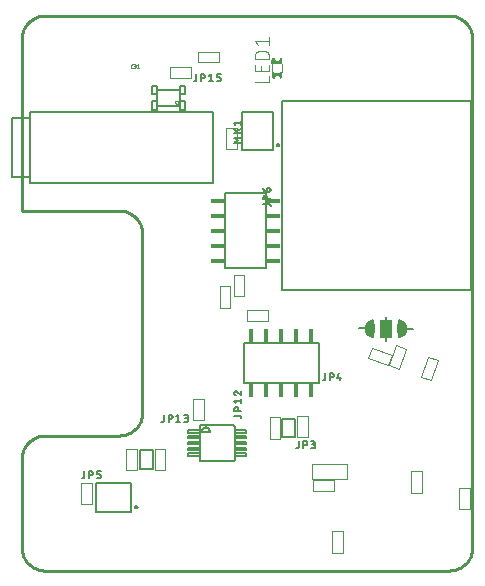
<source format=gbr>
G04 EAGLE Gerber RS-274X export*
G75*
%MOMM*%
%FSLAX34Y34*%
%LPD*%
%INReference Designators Top*%
%IPPOS*%
%AMOC8*
5,1,8,0,0,1.08239X$1,22.5*%
G01*
%ADD10C,0.050000*%
%ADD11C,0.127000*%
%ADD12R,0.406400X1.206500*%
%ADD13R,1.206500X0.406400*%
%ADD14C,0.152400*%
%ADD15C,0.200000*%
%ADD16R,1.016000X1.524000*%
%ADD17C,0.000000*%
%ADD18C,0.076200*%
%ADD19C,0.025400*%
%ADD20C,0.050800*%
%ADD21C,0.010159*%
%ADD22C,0.005078*%
%ADD23C,0.101600*%
%ADD24R,0.200000X0.150000*%
%ADD25R,0.050000X0.050000*%
%ADD26R,0.050000X0.375000*%
%ADD27R,0.200000X0.300000*%
%ADD28R,0.900000X0.225000*%
%ADD29R,0.200000X0.500000*%
%ADD30R,0.550000X0.225000*%
%ADD31R,0.100000X0.100000*%
%ADD32C,0.254000*%


D10*
X218749Y111650D02*
X209749Y111650D01*
X209749Y129650D01*
X218749Y129650D01*
X218749Y111650D01*
X232990Y112920D02*
X241990Y112920D01*
X232990Y112920D02*
X232990Y130920D01*
X241990Y130920D01*
X241990Y112920D01*
X246270Y76382D02*
X246270Y67382D01*
X246270Y76382D02*
X264270Y76382D01*
X264270Y67382D01*
X246270Y67382D01*
X262454Y33130D02*
X271454Y33130D01*
X271454Y15130D01*
X262454Y15130D01*
X262454Y33130D01*
X121340Y102980D02*
X112340Y102980D01*
X121340Y102980D02*
X121340Y84980D01*
X112340Y84980D01*
X112340Y102980D01*
X97210Y102980D02*
X88210Y102980D01*
X97210Y102980D02*
X97210Y84980D01*
X88210Y84980D01*
X88210Y102980D01*
X59237Y74024D02*
X50237Y74024D01*
X59237Y74024D02*
X59237Y56024D01*
X50237Y56024D01*
X50237Y74024D01*
X179269Y250046D02*
X188269Y250046D01*
X188269Y232046D01*
X179269Y232046D01*
X179269Y250046D01*
X181919Y356760D02*
X172919Y356760D01*
X172919Y374760D01*
X181919Y374760D01*
X181919Y356760D01*
D11*
X187960Y192786D02*
X187960Y158496D01*
X187960Y192786D02*
X251460Y192786D01*
X251460Y158496D02*
X187960Y158496D01*
X251460Y158496D02*
X251460Y192786D01*
D12*
X219710Y152464D03*
X207010Y152464D03*
X194310Y152464D03*
X232410Y152464D03*
X245110Y152464D03*
X219710Y198819D03*
X232410Y198819D03*
X245110Y198819D03*
X207010Y198819D03*
X194310Y198819D03*
D11*
X206248Y255778D02*
X171958Y255778D01*
X171958Y319278D01*
X206248Y319278D02*
X206248Y255778D01*
X206248Y319278D02*
X171958Y319278D01*
D13*
X212281Y287528D03*
X212281Y274828D03*
X212281Y262128D03*
X212281Y300228D03*
X212281Y312928D03*
X165926Y287528D03*
X165926Y300228D03*
X165926Y312928D03*
X165926Y274828D03*
X165926Y262128D03*
D14*
X179705Y131228D02*
X184446Y131228D01*
X184446Y131229D02*
X184517Y131227D01*
X184588Y131222D01*
X184658Y131212D01*
X184728Y131199D01*
X184797Y131183D01*
X184865Y131163D01*
X184932Y131139D01*
X184997Y131112D01*
X185061Y131081D01*
X185124Y131047D01*
X185184Y131010D01*
X185242Y130970D01*
X185299Y130927D01*
X185353Y130881D01*
X185404Y130832D01*
X185453Y130781D01*
X185499Y130727D01*
X185542Y130670D01*
X185582Y130612D01*
X185619Y130551D01*
X185653Y130489D01*
X185684Y130425D01*
X185711Y130360D01*
X185735Y130293D01*
X185755Y130225D01*
X185771Y130156D01*
X185784Y130086D01*
X185794Y130016D01*
X185799Y129945D01*
X185801Y129874D01*
X185801Y129873D02*
X185801Y129196D01*
X185801Y135286D02*
X179705Y135286D01*
X179705Y136979D01*
X179707Y137060D01*
X179713Y137140D01*
X179722Y137220D01*
X179736Y137299D01*
X179753Y137378D01*
X179774Y137456D01*
X179798Y137533D01*
X179826Y137608D01*
X179858Y137682D01*
X179893Y137755D01*
X179932Y137826D01*
X179974Y137894D01*
X180019Y137961D01*
X180067Y138026D01*
X180119Y138088D01*
X180173Y138147D01*
X180230Y138204D01*
X180289Y138258D01*
X180351Y138310D01*
X180416Y138358D01*
X180483Y138403D01*
X180552Y138445D01*
X180622Y138484D01*
X180695Y138519D01*
X180769Y138551D01*
X180844Y138579D01*
X180921Y138603D01*
X180999Y138624D01*
X181078Y138641D01*
X181157Y138655D01*
X181237Y138664D01*
X181317Y138670D01*
X181398Y138672D01*
X181479Y138670D01*
X181559Y138664D01*
X181639Y138655D01*
X181718Y138641D01*
X181797Y138624D01*
X181875Y138603D01*
X181952Y138579D01*
X182027Y138551D01*
X182101Y138519D01*
X182174Y138484D01*
X182245Y138445D01*
X182313Y138403D01*
X182380Y138358D01*
X182445Y138310D01*
X182507Y138258D01*
X182566Y138204D01*
X182623Y138147D01*
X182677Y138088D01*
X182729Y138026D01*
X182777Y137961D01*
X182822Y137894D01*
X182864Y137826D01*
X182903Y137755D01*
X182938Y137682D01*
X182970Y137608D01*
X182998Y137533D01*
X183022Y137456D01*
X183043Y137378D01*
X183060Y137299D01*
X183074Y137220D01*
X183083Y137140D01*
X183089Y137060D01*
X183091Y136979D01*
X183092Y136979D02*
X183092Y135286D01*
X181060Y141737D02*
X179705Y143431D01*
X185801Y143431D01*
X185801Y145124D02*
X185801Y141737D01*
X179705Y150458D02*
X179707Y150535D01*
X179713Y150612D01*
X179723Y150689D01*
X179736Y150765D01*
X179754Y150840D01*
X179775Y150914D01*
X179800Y150987D01*
X179829Y151059D01*
X179861Y151129D01*
X179896Y151198D01*
X179936Y151264D01*
X179978Y151329D01*
X180024Y151391D01*
X180073Y151451D01*
X180124Y151508D01*
X180179Y151563D01*
X180236Y151614D01*
X180296Y151663D01*
X180358Y151709D01*
X180423Y151751D01*
X180489Y151791D01*
X180558Y151826D01*
X180628Y151858D01*
X180700Y151887D01*
X180773Y151912D01*
X180847Y151933D01*
X180922Y151951D01*
X180998Y151964D01*
X181075Y151974D01*
X181152Y151980D01*
X181229Y151982D01*
X179705Y150458D02*
X179707Y150373D01*
X179712Y150288D01*
X179722Y150204D01*
X179734Y150120D01*
X179751Y150037D01*
X179771Y149954D01*
X179795Y149873D01*
X179822Y149792D01*
X179852Y149713D01*
X179886Y149635D01*
X179924Y149559D01*
X179964Y149484D01*
X180008Y149412D01*
X180055Y149341D01*
X180105Y149272D01*
X180158Y149206D01*
X180213Y149142D01*
X180272Y149080D01*
X180333Y149021D01*
X180396Y148965D01*
X180462Y148911D01*
X180531Y148861D01*
X180601Y148813D01*
X180673Y148769D01*
X180747Y148727D01*
X180823Y148689D01*
X180901Y148655D01*
X180980Y148623D01*
X181060Y148595D01*
X182414Y151474D02*
X182359Y151529D01*
X182302Y151582D01*
X182242Y151631D01*
X182179Y151678D01*
X182115Y151722D01*
X182048Y151762D01*
X181980Y151800D01*
X181910Y151834D01*
X181838Y151865D01*
X181765Y151892D01*
X181691Y151916D01*
X181615Y151936D01*
X181539Y151952D01*
X181462Y151965D01*
X181385Y151975D01*
X181307Y151980D01*
X181229Y151982D01*
X182414Y151474D02*
X185801Y148595D01*
X185801Y151982D01*
X120052Y131953D02*
X120052Y127212D01*
X120053Y127212D02*
X120051Y127141D01*
X120046Y127070D01*
X120036Y127000D01*
X120023Y126930D01*
X120007Y126861D01*
X119987Y126793D01*
X119963Y126726D01*
X119936Y126661D01*
X119905Y126597D01*
X119871Y126534D01*
X119834Y126474D01*
X119794Y126416D01*
X119751Y126359D01*
X119705Y126305D01*
X119656Y126254D01*
X119605Y126205D01*
X119551Y126159D01*
X119494Y126116D01*
X119436Y126076D01*
X119375Y126039D01*
X119313Y126005D01*
X119249Y125974D01*
X119184Y125947D01*
X119117Y125923D01*
X119049Y125903D01*
X118980Y125887D01*
X118910Y125874D01*
X118840Y125864D01*
X118769Y125859D01*
X118698Y125857D01*
X118697Y125857D02*
X118020Y125857D01*
X124110Y125857D02*
X124110Y131953D01*
X125803Y131953D01*
X125884Y131951D01*
X125964Y131945D01*
X126044Y131936D01*
X126123Y131922D01*
X126202Y131905D01*
X126280Y131884D01*
X126357Y131860D01*
X126432Y131832D01*
X126506Y131800D01*
X126579Y131765D01*
X126649Y131726D01*
X126718Y131684D01*
X126785Y131639D01*
X126850Y131591D01*
X126912Y131539D01*
X126971Y131485D01*
X127028Y131428D01*
X127082Y131369D01*
X127134Y131307D01*
X127182Y131242D01*
X127227Y131175D01*
X127269Y131107D01*
X127308Y131036D01*
X127343Y130963D01*
X127375Y130889D01*
X127403Y130814D01*
X127427Y130737D01*
X127448Y130659D01*
X127465Y130580D01*
X127479Y130501D01*
X127488Y130421D01*
X127494Y130341D01*
X127496Y130260D01*
X127494Y130179D01*
X127488Y130099D01*
X127479Y130019D01*
X127465Y129940D01*
X127448Y129861D01*
X127427Y129783D01*
X127403Y129706D01*
X127375Y129631D01*
X127343Y129557D01*
X127308Y129484D01*
X127269Y129414D01*
X127227Y129345D01*
X127182Y129278D01*
X127134Y129213D01*
X127082Y129151D01*
X127028Y129092D01*
X126971Y129035D01*
X126912Y128981D01*
X126850Y128929D01*
X126785Y128881D01*
X126718Y128836D01*
X126650Y128794D01*
X126579Y128755D01*
X126506Y128720D01*
X126432Y128688D01*
X126357Y128660D01*
X126280Y128636D01*
X126202Y128615D01*
X126123Y128598D01*
X126044Y128584D01*
X125964Y128575D01*
X125884Y128569D01*
X125803Y128567D01*
X125803Y128566D02*
X124110Y128566D01*
X130561Y130598D02*
X132255Y131953D01*
X132255Y125857D01*
X133948Y125857D02*
X130561Y125857D01*
X137419Y125857D02*
X139113Y125857D01*
X139194Y125859D01*
X139274Y125865D01*
X139354Y125874D01*
X139433Y125888D01*
X139512Y125905D01*
X139590Y125926D01*
X139667Y125950D01*
X139742Y125978D01*
X139816Y126010D01*
X139889Y126045D01*
X139960Y126084D01*
X140028Y126126D01*
X140095Y126171D01*
X140160Y126219D01*
X140222Y126271D01*
X140281Y126325D01*
X140338Y126382D01*
X140392Y126441D01*
X140444Y126503D01*
X140492Y126568D01*
X140537Y126635D01*
X140579Y126704D01*
X140618Y126774D01*
X140653Y126847D01*
X140685Y126921D01*
X140713Y126996D01*
X140737Y127073D01*
X140758Y127151D01*
X140775Y127230D01*
X140789Y127309D01*
X140798Y127389D01*
X140804Y127469D01*
X140806Y127550D01*
X140804Y127631D01*
X140798Y127711D01*
X140789Y127791D01*
X140775Y127870D01*
X140758Y127949D01*
X140737Y128027D01*
X140713Y128104D01*
X140685Y128179D01*
X140653Y128253D01*
X140618Y128326D01*
X140579Y128397D01*
X140537Y128465D01*
X140492Y128532D01*
X140444Y128597D01*
X140392Y128659D01*
X140338Y128718D01*
X140281Y128775D01*
X140222Y128829D01*
X140160Y128881D01*
X140095Y128929D01*
X140028Y128974D01*
X139959Y129016D01*
X139889Y129055D01*
X139816Y129090D01*
X139742Y129122D01*
X139667Y129150D01*
X139590Y129174D01*
X139512Y129195D01*
X139433Y129212D01*
X139354Y129226D01*
X139274Y129235D01*
X139194Y129241D01*
X139113Y129243D01*
X139451Y131953D02*
X137419Y131953D01*
X139451Y131953D02*
X139523Y131951D01*
X139595Y131945D01*
X139667Y131936D01*
X139737Y131922D01*
X139808Y131905D01*
X139877Y131884D01*
X139944Y131860D01*
X140011Y131832D01*
X140076Y131800D01*
X140139Y131765D01*
X140200Y131727D01*
X140259Y131686D01*
X140316Y131641D01*
X140370Y131594D01*
X140422Y131543D01*
X140471Y131490D01*
X140517Y131435D01*
X140560Y131377D01*
X140600Y131317D01*
X140636Y131255D01*
X140670Y131191D01*
X140699Y131125D01*
X140726Y131058D01*
X140748Y130989D01*
X140767Y130920D01*
X140783Y130849D01*
X140794Y130778D01*
X140802Y130706D01*
X140806Y130634D01*
X140806Y130562D01*
X140802Y130490D01*
X140794Y130418D01*
X140783Y130347D01*
X140767Y130276D01*
X140748Y130207D01*
X140726Y130138D01*
X140699Y130071D01*
X140670Y130005D01*
X140636Y129941D01*
X140600Y129879D01*
X140560Y129819D01*
X140517Y129761D01*
X140471Y129706D01*
X140422Y129653D01*
X140370Y129602D01*
X140316Y129555D01*
X140259Y129510D01*
X140200Y129469D01*
X140139Y129431D01*
X140076Y129396D01*
X140011Y129364D01*
X139944Y129336D01*
X139877Y129312D01*
X139808Y129291D01*
X139737Y129274D01*
X139667Y129260D01*
X139595Y129251D01*
X139523Y129245D01*
X139451Y129243D01*
X139451Y129244D02*
X138097Y129244D01*
X234225Y109601D02*
X234225Y104860D01*
X234226Y104860D02*
X234224Y104789D01*
X234219Y104718D01*
X234209Y104648D01*
X234196Y104578D01*
X234180Y104509D01*
X234160Y104441D01*
X234136Y104374D01*
X234109Y104309D01*
X234078Y104245D01*
X234044Y104182D01*
X234007Y104122D01*
X233967Y104064D01*
X233924Y104007D01*
X233878Y103953D01*
X233829Y103902D01*
X233778Y103853D01*
X233724Y103807D01*
X233667Y103764D01*
X233609Y103724D01*
X233548Y103687D01*
X233486Y103653D01*
X233422Y103622D01*
X233357Y103595D01*
X233290Y103571D01*
X233222Y103551D01*
X233153Y103535D01*
X233083Y103522D01*
X233013Y103512D01*
X232942Y103507D01*
X232871Y103505D01*
X232870Y103505D02*
X232193Y103505D01*
X238283Y103505D02*
X238283Y109601D01*
X239976Y109601D01*
X240057Y109599D01*
X240137Y109593D01*
X240217Y109584D01*
X240296Y109570D01*
X240375Y109553D01*
X240453Y109532D01*
X240530Y109508D01*
X240605Y109480D01*
X240679Y109448D01*
X240752Y109413D01*
X240822Y109374D01*
X240891Y109332D01*
X240958Y109287D01*
X241023Y109239D01*
X241085Y109187D01*
X241144Y109133D01*
X241201Y109076D01*
X241255Y109017D01*
X241307Y108955D01*
X241355Y108890D01*
X241400Y108823D01*
X241442Y108755D01*
X241481Y108684D01*
X241516Y108611D01*
X241548Y108537D01*
X241576Y108462D01*
X241600Y108385D01*
X241621Y108307D01*
X241638Y108228D01*
X241652Y108149D01*
X241661Y108069D01*
X241667Y107989D01*
X241669Y107908D01*
X241667Y107827D01*
X241661Y107747D01*
X241652Y107667D01*
X241638Y107588D01*
X241621Y107509D01*
X241600Y107431D01*
X241576Y107354D01*
X241548Y107279D01*
X241516Y107205D01*
X241481Y107132D01*
X241442Y107062D01*
X241400Y106993D01*
X241355Y106926D01*
X241307Y106861D01*
X241255Y106799D01*
X241201Y106740D01*
X241144Y106683D01*
X241085Y106629D01*
X241023Y106577D01*
X240958Y106529D01*
X240891Y106484D01*
X240823Y106442D01*
X240752Y106403D01*
X240679Y106368D01*
X240605Y106336D01*
X240530Y106308D01*
X240453Y106284D01*
X240375Y106263D01*
X240296Y106246D01*
X240217Y106232D01*
X240137Y106223D01*
X240057Y106217D01*
X239976Y106215D01*
X239976Y106214D02*
X238283Y106214D01*
X244734Y103505D02*
X246428Y103505D01*
X246509Y103507D01*
X246589Y103513D01*
X246669Y103522D01*
X246748Y103536D01*
X246827Y103553D01*
X246905Y103574D01*
X246982Y103598D01*
X247057Y103626D01*
X247131Y103658D01*
X247204Y103693D01*
X247275Y103732D01*
X247343Y103774D01*
X247410Y103819D01*
X247475Y103867D01*
X247537Y103919D01*
X247596Y103973D01*
X247653Y104030D01*
X247707Y104089D01*
X247759Y104151D01*
X247807Y104216D01*
X247852Y104283D01*
X247894Y104352D01*
X247933Y104422D01*
X247968Y104495D01*
X248000Y104569D01*
X248028Y104644D01*
X248052Y104721D01*
X248073Y104799D01*
X248090Y104878D01*
X248104Y104957D01*
X248113Y105037D01*
X248119Y105117D01*
X248121Y105198D01*
X248119Y105279D01*
X248113Y105359D01*
X248104Y105439D01*
X248090Y105518D01*
X248073Y105597D01*
X248052Y105675D01*
X248028Y105752D01*
X248000Y105827D01*
X247968Y105901D01*
X247933Y105974D01*
X247894Y106045D01*
X247852Y106113D01*
X247807Y106180D01*
X247759Y106245D01*
X247707Y106307D01*
X247653Y106366D01*
X247596Y106423D01*
X247537Y106477D01*
X247475Y106529D01*
X247410Y106577D01*
X247343Y106622D01*
X247274Y106664D01*
X247204Y106703D01*
X247131Y106738D01*
X247057Y106770D01*
X246982Y106798D01*
X246905Y106822D01*
X246827Y106843D01*
X246748Y106860D01*
X246669Y106874D01*
X246589Y106883D01*
X246509Y106889D01*
X246428Y106891D01*
X246766Y109601D02*
X244734Y109601D01*
X246766Y109601D02*
X246838Y109599D01*
X246910Y109593D01*
X246982Y109584D01*
X247052Y109570D01*
X247123Y109553D01*
X247192Y109532D01*
X247259Y109508D01*
X247326Y109480D01*
X247391Y109448D01*
X247454Y109413D01*
X247515Y109375D01*
X247574Y109334D01*
X247631Y109289D01*
X247685Y109242D01*
X247737Y109191D01*
X247786Y109138D01*
X247832Y109083D01*
X247875Y109025D01*
X247915Y108965D01*
X247951Y108903D01*
X247985Y108839D01*
X248014Y108773D01*
X248041Y108706D01*
X248063Y108637D01*
X248082Y108568D01*
X248098Y108497D01*
X248109Y108426D01*
X248117Y108354D01*
X248121Y108282D01*
X248121Y108210D01*
X248117Y108138D01*
X248109Y108066D01*
X248098Y107995D01*
X248082Y107924D01*
X248063Y107855D01*
X248041Y107786D01*
X248014Y107719D01*
X247985Y107653D01*
X247951Y107589D01*
X247915Y107527D01*
X247875Y107467D01*
X247832Y107409D01*
X247786Y107354D01*
X247737Y107301D01*
X247685Y107250D01*
X247631Y107203D01*
X247574Y107158D01*
X247515Y107117D01*
X247454Y107079D01*
X247391Y107044D01*
X247326Y107012D01*
X247259Y106984D01*
X247192Y106960D01*
X247123Y106939D01*
X247052Y106922D01*
X246982Y106908D01*
X246910Y106899D01*
X246838Y106893D01*
X246766Y106891D01*
X246766Y106892D02*
X245412Y106892D01*
X52742Y84201D02*
X52742Y79460D01*
X52743Y79460D02*
X52741Y79389D01*
X52736Y79318D01*
X52726Y79248D01*
X52713Y79178D01*
X52697Y79109D01*
X52677Y79041D01*
X52653Y78974D01*
X52626Y78909D01*
X52595Y78845D01*
X52561Y78782D01*
X52524Y78722D01*
X52484Y78664D01*
X52441Y78607D01*
X52395Y78553D01*
X52346Y78502D01*
X52295Y78453D01*
X52241Y78407D01*
X52184Y78364D01*
X52126Y78324D01*
X52065Y78287D01*
X52003Y78253D01*
X51939Y78222D01*
X51874Y78195D01*
X51807Y78171D01*
X51739Y78151D01*
X51670Y78135D01*
X51600Y78122D01*
X51530Y78112D01*
X51459Y78107D01*
X51388Y78105D01*
X51387Y78105D02*
X50710Y78105D01*
X56800Y78105D02*
X56800Y84201D01*
X58493Y84201D01*
X58574Y84199D01*
X58654Y84193D01*
X58734Y84184D01*
X58813Y84170D01*
X58892Y84153D01*
X58970Y84132D01*
X59047Y84108D01*
X59122Y84080D01*
X59196Y84048D01*
X59269Y84013D01*
X59339Y83974D01*
X59408Y83932D01*
X59475Y83887D01*
X59540Y83839D01*
X59602Y83787D01*
X59661Y83733D01*
X59718Y83676D01*
X59772Y83617D01*
X59824Y83555D01*
X59872Y83490D01*
X59917Y83423D01*
X59959Y83355D01*
X59998Y83284D01*
X60033Y83211D01*
X60065Y83137D01*
X60093Y83062D01*
X60117Y82985D01*
X60138Y82907D01*
X60155Y82828D01*
X60169Y82749D01*
X60178Y82669D01*
X60184Y82589D01*
X60186Y82508D01*
X60184Y82427D01*
X60178Y82347D01*
X60169Y82267D01*
X60155Y82188D01*
X60138Y82109D01*
X60117Y82031D01*
X60093Y81954D01*
X60065Y81879D01*
X60033Y81805D01*
X59998Y81732D01*
X59959Y81662D01*
X59917Y81593D01*
X59872Y81526D01*
X59824Y81461D01*
X59772Y81399D01*
X59718Y81340D01*
X59661Y81283D01*
X59602Y81229D01*
X59540Y81177D01*
X59475Y81129D01*
X59408Y81084D01*
X59340Y81042D01*
X59269Y81003D01*
X59196Y80968D01*
X59122Y80936D01*
X59047Y80908D01*
X58970Y80884D01*
X58892Y80863D01*
X58813Y80846D01*
X58734Y80832D01*
X58654Y80823D01*
X58574Y80817D01*
X58493Y80815D01*
X58493Y80814D02*
X56800Y80814D01*
X63251Y78105D02*
X65283Y78105D01*
X65354Y78107D01*
X65425Y78112D01*
X65495Y78122D01*
X65565Y78135D01*
X65634Y78151D01*
X65702Y78171D01*
X65769Y78195D01*
X65834Y78222D01*
X65898Y78253D01*
X65961Y78287D01*
X66021Y78324D01*
X66079Y78364D01*
X66136Y78407D01*
X66190Y78453D01*
X66241Y78502D01*
X66290Y78553D01*
X66336Y78607D01*
X66379Y78664D01*
X66419Y78722D01*
X66456Y78783D01*
X66490Y78845D01*
X66521Y78909D01*
X66548Y78974D01*
X66572Y79041D01*
X66592Y79109D01*
X66608Y79178D01*
X66621Y79248D01*
X66631Y79318D01*
X66636Y79389D01*
X66638Y79460D01*
X66638Y80137D01*
X66636Y80208D01*
X66631Y80279D01*
X66621Y80349D01*
X66608Y80419D01*
X66592Y80488D01*
X66572Y80556D01*
X66548Y80623D01*
X66521Y80688D01*
X66490Y80752D01*
X66456Y80815D01*
X66419Y80875D01*
X66379Y80933D01*
X66336Y80990D01*
X66290Y81044D01*
X66241Y81095D01*
X66190Y81144D01*
X66136Y81190D01*
X66079Y81233D01*
X66021Y81273D01*
X65961Y81310D01*
X65898Y81344D01*
X65834Y81375D01*
X65769Y81402D01*
X65702Y81426D01*
X65634Y81446D01*
X65565Y81462D01*
X65495Y81475D01*
X65425Y81485D01*
X65354Y81490D01*
X65283Y81492D01*
X63251Y81492D01*
X63251Y84201D01*
X66638Y84201D01*
X204470Y310298D02*
X209211Y310298D01*
X209282Y310296D01*
X209353Y310291D01*
X209423Y310281D01*
X209493Y310268D01*
X209562Y310252D01*
X209630Y310232D01*
X209697Y310208D01*
X209762Y310181D01*
X209826Y310150D01*
X209889Y310116D01*
X209949Y310079D01*
X210007Y310039D01*
X210064Y309996D01*
X210118Y309950D01*
X210169Y309901D01*
X210218Y309850D01*
X210264Y309796D01*
X210307Y309739D01*
X210347Y309681D01*
X210384Y309620D01*
X210418Y309558D01*
X210449Y309494D01*
X210476Y309429D01*
X210500Y309362D01*
X210520Y309294D01*
X210536Y309225D01*
X210549Y309155D01*
X210559Y309085D01*
X210564Y309014D01*
X210566Y308943D01*
X210566Y308266D01*
X210566Y314356D02*
X204470Y314356D01*
X204470Y316049D01*
X204472Y316130D01*
X204478Y316210D01*
X204487Y316290D01*
X204501Y316369D01*
X204518Y316448D01*
X204539Y316526D01*
X204563Y316603D01*
X204591Y316678D01*
X204623Y316752D01*
X204658Y316825D01*
X204697Y316896D01*
X204739Y316964D01*
X204784Y317031D01*
X204832Y317096D01*
X204884Y317158D01*
X204938Y317217D01*
X204995Y317274D01*
X205054Y317328D01*
X205116Y317380D01*
X205181Y317428D01*
X205248Y317473D01*
X205317Y317515D01*
X205387Y317554D01*
X205460Y317589D01*
X205534Y317621D01*
X205609Y317649D01*
X205686Y317673D01*
X205764Y317694D01*
X205843Y317711D01*
X205922Y317725D01*
X206002Y317734D01*
X206082Y317740D01*
X206163Y317742D01*
X206244Y317740D01*
X206324Y317734D01*
X206404Y317725D01*
X206483Y317711D01*
X206562Y317694D01*
X206640Y317673D01*
X206717Y317649D01*
X206792Y317621D01*
X206866Y317589D01*
X206939Y317554D01*
X207010Y317515D01*
X207078Y317473D01*
X207145Y317428D01*
X207210Y317380D01*
X207272Y317328D01*
X207331Y317274D01*
X207388Y317217D01*
X207442Y317158D01*
X207494Y317096D01*
X207542Y317031D01*
X207587Y316964D01*
X207629Y316896D01*
X207668Y316825D01*
X207703Y316752D01*
X207735Y316678D01*
X207763Y316603D01*
X207787Y316526D01*
X207808Y316448D01*
X207825Y316369D01*
X207839Y316290D01*
X207848Y316210D01*
X207854Y316130D01*
X207856Y316049D01*
X207857Y316049D02*
X207857Y314356D01*
X207179Y320807D02*
X207179Y322839D01*
X207181Y322910D01*
X207186Y322981D01*
X207196Y323051D01*
X207209Y323121D01*
X207225Y323190D01*
X207245Y323258D01*
X207269Y323325D01*
X207296Y323390D01*
X207327Y323454D01*
X207361Y323517D01*
X207398Y323577D01*
X207438Y323635D01*
X207481Y323692D01*
X207527Y323746D01*
X207576Y323797D01*
X207627Y323846D01*
X207681Y323892D01*
X207738Y323935D01*
X207796Y323975D01*
X207857Y324012D01*
X207919Y324046D01*
X207983Y324077D01*
X208048Y324104D01*
X208115Y324128D01*
X208183Y324148D01*
X208252Y324164D01*
X208322Y324177D01*
X208392Y324187D01*
X208463Y324192D01*
X208534Y324194D01*
X208873Y324194D01*
X208954Y324192D01*
X209034Y324186D01*
X209114Y324177D01*
X209193Y324163D01*
X209272Y324146D01*
X209350Y324125D01*
X209427Y324101D01*
X209502Y324073D01*
X209576Y324041D01*
X209649Y324006D01*
X209719Y323967D01*
X209788Y323925D01*
X209855Y323880D01*
X209920Y323832D01*
X209982Y323780D01*
X210041Y323726D01*
X210098Y323669D01*
X210152Y323610D01*
X210204Y323548D01*
X210252Y323483D01*
X210297Y323416D01*
X210339Y323348D01*
X210378Y323277D01*
X210413Y323204D01*
X210445Y323130D01*
X210473Y323055D01*
X210497Y322978D01*
X210518Y322900D01*
X210535Y322821D01*
X210549Y322742D01*
X210558Y322662D01*
X210564Y322582D01*
X210566Y322501D01*
X210564Y322420D01*
X210558Y322340D01*
X210549Y322260D01*
X210535Y322181D01*
X210518Y322102D01*
X210497Y322024D01*
X210473Y321947D01*
X210445Y321872D01*
X210413Y321798D01*
X210378Y321725D01*
X210339Y321655D01*
X210297Y321586D01*
X210252Y321519D01*
X210204Y321454D01*
X210152Y321392D01*
X210098Y321333D01*
X210041Y321276D01*
X209982Y321222D01*
X209920Y321170D01*
X209855Y321122D01*
X209788Y321077D01*
X209720Y321035D01*
X209649Y320996D01*
X209576Y320961D01*
X209502Y320929D01*
X209427Y320901D01*
X209350Y320877D01*
X209272Y320856D01*
X209193Y320839D01*
X209114Y320825D01*
X209034Y320816D01*
X208954Y320810D01*
X208873Y320808D01*
X208873Y320807D02*
X207179Y320807D01*
X207179Y320808D02*
X207075Y320810D01*
X206972Y320816D01*
X206868Y320826D01*
X206765Y320840D01*
X206663Y320858D01*
X206562Y320879D01*
X206461Y320905D01*
X206362Y320934D01*
X206263Y320967D01*
X206166Y321004D01*
X206071Y321045D01*
X205977Y321089D01*
X205885Y321137D01*
X205795Y321188D01*
X205706Y321243D01*
X205620Y321301D01*
X205537Y321363D01*
X205455Y321427D01*
X205377Y321495D01*
X205301Y321565D01*
X205227Y321638D01*
X205157Y321715D01*
X205089Y321793D01*
X205025Y321875D01*
X204963Y321958D01*
X204905Y322044D01*
X204850Y322133D01*
X204799Y322223D01*
X204751Y322315D01*
X204707Y322409D01*
X204666Y322504D01*
X204629Y322601D01*
X204596Y322700D01*
X204567Y322799D01*
X204541Y322900D01*
X204520Y323001D01*
X204502Y323103D01*
X204488Y323206D01*
X204478Y323310D01*
X204472Y323413D01*
X204470Y323517D01*
D11*
X212644Y356110D02*
X186644Y356110D01*
X186644Y388110D01*
X212644Y388110D01*
X212644Y356110D01*
D15*
X215644Y360110D02*
X215646Y360173D01*
X215652Y360235D01*
X215662Y360297D01*
X215675Y360359D01*
X215693Y360419D01*
X215714Y360478D01*
X215739Y360536D01*
X215768Y360592D01*
X215800Y360646D01*
X215835Y360698D01*
X215873Y360747D01*
X215915Y360795D01*
X215959Y360839D01*
X216007Y360881D01*
X216056Y360919D01*
X216108Y360954D01*
X216162Y360986D01*
X216218Y361015D01*
X216276Y361040D01*
X216335Y361061D01*
X216395Y361079D01*
X216457Y361092D01*
X216519Y361102D01*
X216581Y361108D01*
X216644Y361110D01*
X216707Y361108D01*
X216769Y361102D01*
X216831Y361092D01*
X216893Y361079D01*
X216953Y361061D01*
X217012Y361040D01*
X217070Y361015D01*
X217126Y360986D01*
X217180Y360954D01*
X217232Y360919D01*
X217281Y360881D01*
X217329Y360839D01*
X217373Y360795D01*
X217415Y360747D01*
X217453Y360698D01*
X217488Y360646D01*
X217520Y360592D01*
X217549Y360536D01*
X217574Y360478D01*
X217595Y360419D01*
X217613Y360359D01*
X217626Y360297D01*
X217636Y360235D01*
X217642Y360173D01*
X217644Y360110D01*
X217642Y360047D01*
X217636Y359985D01*
X217626Y359923D01*
X217613Y359861D01*
X217595Y359801D01*
X217574Y359742D01*
X217549Y359684D01*
X217520Y359628D01*
X217488Y359574D01*
X217453Y359522D01*
X217415Y359473D01*
X217373Y359425D01*
X217329Y359381D01*
X217281Y359339D01*
X217232Y359301D01*
X217180Y359266D01*
X217126Y359234D01*
X217070Y359205D01*
X217012Y359180D01*
X216953Y359159D01*
X216893Y359141D01*
X216831Y359128D01*
X216769Y359118D01*
X216707Y359112D01*
X216644Y359110D01*
X216581Y359112D01*
X216519Y359118D01*
X216457Y359128D01*
X216395Y359141D01*
X216335Y359159D01*
X216276Y359180D01*
X216218Y359205D01*
X216162Y359234D01*
X216108Y359266D01*
X216056Y359301D01*
X216007Y359339D01*
X215959Y359381D01*
X215915Y359425D01*
X215873Y359473D01*
X215835Y359522D01*
X215800Y359574D01*
X215768Y359628D01*
X215739Y359684D01*
X215714Y359742D01*
X215693Y359801D01*
X215675Y359861D01*
X215662Y359923D01*
X215652Y359985D01*
X215646Y360047D01*
X215644Y360110D01*
D14*
X185212Y362285D02*
X179116Y362285D01*
X182503Y364317D01*
X179116Y366349D01*
X185212Y366349D01*
X185212Y370574D02*
X179116Y370574D01*
X179116Y373960D02*
X182841Y370574D01*
X181487Y371928D02*
X185212Y373960D01*
X180471Y377025D02*
X179116Y378719D01*
X185212Y378719D01*
X185212Y380412D02*
X185212Y377025D01*
D10*
X190517Y220273D02*
X190517Y211273D01*
X190517Y220273D02*
X208517Y220273D01*
X208517Y211273D01*
X190517Y211273D01*
X176331Y222521D02*
X167331Y222521D01*
X167331Y240521D01*
X176331Y240521D01*
X176331Y222521D01*
D14*
X325966Y204869D02*
X331046Y204860D01*
X290406Y204931D02*
X285326Y204940D01*
X308199Y212520D02*
X308204Y215060D01*
X308173Y197280D02*
X308168Y194740D01*
D11*
X318967Y197925D02*
X318346Y204882D01*
X318347Y204882D02*
X318347Y204882D01*
X318992Y211837D01*
X319162Y211819D01*
X319332Y211797D01*
X319500Y211771D01*
X319669Y211741D01*
X319836Y211706D01*
X320002Y211668D01*
X320168Y211625D01*
X320332Y211579D01*
X320495Y211528D01*
X320657Y211473D01*
X320818Y211415D01*
X320977Y211353D01*
X321134Y211286D01*
X321290Y211216D01*
X321444Y211142D01*
X321596Y211065D01*
X321747Y210983D01*
X321895Y210898D01*
X322041Y210810D01*
X322185Y210718D01*
X322326Y210622D01*
X322466Y210523D01*
X322602Y210420D01*
X322737Y210315D01*
X322868Y210206D01*
X322997Y210093D01*
X323123Y209978D01*
X323246Y209860D01*
X323367Y209738D01*
X323484Y209614D01*
X323598Y209487D01*
X323709Y209357D01*
X323817Y209225D01*
X323922Y209090D01*
X324023Y208952D01*
X324121Y208812D01*
X324215Y208669D01*
X324306Y208525D01*
X324393Y208378D01*
X324477Y208229D01*
X324557Y208078D01*
X324633Y207925D01*
X324706Y207770D01*
X324775Y207614D01*
X324839Y207456D01*
X324900Y207296D01*
X324958Y207135D01*
X325011Y206973D01*
X325060Y206809D01*
X325105Y206645D01*
X325146Y206479D01*
X325183Y206312D01*
X325216Y206144D01*
X325245Y205976D01*
X325270Y205807D01*
X325290Y205637D01*
X325306Y205467D01*
X325319Y205297D01*
X325327Y205126D01*
X325331Y204955D01*
X325330Y204784D01*
X325326Y204614D01*
X325317Y204443D01*
X325304Y204273D01*
X325287Y204103D01*
X325266Y203933D01*
X325241Y203764D01*
X325212Y203596D01*
X325178Y203428D01*
X325140Y203262D01*
X325099Y203096D01*
X325053Y202931D01*
X325003Y202768D01*
X324950Y202606D01*
X324892Y202445D01*
X324830Y202285D01*
X324765Y202128D01*
X324696Y201971D01*
X324623Y201817D01*
X324546Y201664D01*
X324465Y201514D01*
X324381Y201365D01*
X324293Y201218D01*
X324202Y201074D01*
X324107Y200932D01*
X324009Y200792D01*
X323907Y200655D01*
X323802Y200520D01*
X323693Y200388D01*
X323582Y200259D01*
X323467Y200132D01*
X323350Y200008D01*
X323229Y199887D01*
X323105Y199769D01*
X322979Y199654D01*
X322850Y199543D01*
X322718Y199434D01*
X322583Y199329D01*
X322446Y199227D01*
X322306Y199128D01*
X322164Y199033D01*
X322020Y198941D01*
X321874Y198853D01*
X321725Y198769D01*
X321575Y198688D01*
X321422Y198611D01*
X321268Y198538D01*
X321112Y198468D01*
X320954Y198402D01*
X320795Y198340D01*
X320634Y198282D01*
X320472Y198228D01*
X320309Y198178D01*
X320144Y198132D01*
X319979Y198090D01*
X319812Y198053D01*
X319645Y198019D01*
X319476Y197989D01*
X319307Y197963D01*
X319138Y197942D01*
X318968Y197925D01*
X318970Y199137D01*
X319119Y199155D01*
X319268Y199177D01*
X319417Y199203D01*
X319565Y199233D01*
X319712Y199267D01*
X319858Y199304D01*
X320003Y199346D01*
X320147Y199391D01*
X320289Y199439D01*
X320430Y199492D01*
X320570Y199548D01*
X320709Y199608D01*
X320845Y199671D01*
X320981Y199738D01*
X321114Y199809D01*
X321245Y199883D01*
X321375Y199960D01*
X321502Y200041D01*
X321627Y200125D01*
X321750Y200212D01*
X321871Y200302D01*
X321989Y200396D01*
X322105Y200492D01*
X322218Y200592D01*
X322329Y200694D01*
X322437Y200800D01*
X322542Y200908D01*
X322644Y201019D01*
X322743Y201132D01*
X322839Y201248D01*
X322933Y201367D01*
X323023Y201487D01*
X323110Y201611D01*
X323194Y201736D01*
X323274Y201863D01*
X323351Y201993D01*
X323425Y202125D01*
X323495Y202258D01*
X323562Y202393D01*
X323625Y202530D01*
X323684Y202669D01*
X323740Y202809D01*
X323792Y202950D01*
X323841Y203093D01*
X323886Y203237D01*
X323927Y203382D01*
X323964Y203528D01*
X323997Y203675D01*
X324027Y203823D01*
X324053Y203971D01*
X324075Y204120D01*
X324093Y204270D01*
X324107Y204420D01*
X324117Y204571D01*
X324123Y204721D01*
X324125Y204872D01*
X324123Y205023D01*
X324118Y205173D01*
X324108Y205324D01*
X324095Y205474D01*
X324077Y205624D01*
X324056Y205773D01*
X324031Y205922D01*
X324002Y206069D01*
X323969Y206217D01*
X323932Y206363D01*
X323892Y206508D01*
X323847Y206652D01*
X323799Y206795D01*
X323747Y206937D01*
X323692Y207077D01*
X323633Y207216D01*
X323570Y207353D01*
X323504Y207488D01*
X323434Y207622D01*
X323361Y207754D01*
X323284Y207883D01*
X323205Y208011D01*
X323121Y208137D01*
X323035Y208260D01*
X322945Y208381D01*
X322852Y208500D01*
X322756Y208617D01*
X322657Y208730D01*
X322555Y208841D01*
X322451Y208950D01*
X322343Y209056D01*
X322233Y209158D01*
X322120Y209258D01*
X322005Y209355D01*
X321887Y209449D01*
X321766Y209540D01*
X321644Y209628D01*
X321519Y209712D01*
X321392Y209793D01*
X321263Y209871D01*
X321132Y209945D01*
X320998Y210016D01*
X320864Y210084D01*
X320727Y210148D01*
X320589Y210208D01*
X320449Y210265D01*
X320308Y210318D01*
X320166Y210367D01*
X320022Y210413D01*
X319877Y210454D01*
X319731Y210493D01*
X319584Y210527D01*
X319437Y210557D01*
X319288Y210584D01*
X319139Y210606D01*
X318990Y210625D01*
X318987Y209410D01*
X319119Y209389D01*
X319250Y209365D01*
X319381Y209336D01*
X319511Y209304D01*
X319639Y209268D01*
X319767Y209229D01*
X319893Y209185D01*
X320018Y209138D01*
X320142Y209088D01*
X320264Y209033D01*
X320385Y208975D01*
X320503Y208914D01*
X320620Y208849D01*
X320735Y208781D01*
X320848Y208710D01*
X320959Y208635D01*
X321067Y208557D01*
X321174Y208476D01*
X321277Y208392D01*
X321379Y208305D01*
X321477Y208215D01*
X321574Y208122D01*
X321667Y208026D01*
X321757Y207928D01*
X321845Y207827D01*
X321929Y207723D01*
X322011Y207617D01*
X322089Y207509D01*
X322164Y207398D01*
X322236Y207286D01*
X322305Y207171D01*
X322370Y207055D01*
X322432Y206936D01*
X322490Y206816D01*
X322545Y206694D01*
X322596Y206570D01*
X322643Y206445D01*
X322687Y206319D01*
X322727Y206192D01*
X322764Y206063D01*
X322796Y205934D01*
X322825Y205803D01*
X322850Y205672D01*
X322871Y205540D01*
X322889Y205407D01*
X322902Y205274D01*
X322912Y205141D01*
X322917Y205008D01*
X322919Y204874D01*
X322917Y204740D01*
X322911Y204607D01*
X322901Y204474D01*
X322887Y204341D01*
X322869Y204208D01*
X322847Y204076D01*
X322822Y203945D01*
X322793Y203815D01*
X322760Y203685D01*
X322723Y203557D01*
X322682Y203430D01*
X322638Y203304D01*
X322590Y203179D01*
X322538Y203056D01*
X322483Y202934D01*
X322425Y202814D01*
X322362Y202695D01*
X322297Y202579D01*
X322228Y202465D01*
X322156Y202352D01*
X322080Y202242D01*
X322001Y202134D01*
X321919Y202028D01*
X321834Y201925D01*
X321747Y201824D01*
X321656Y201726D01*
X321562Y201631D01*
X321466Y201538D01*
X321367Y201449D01*
X321265Y201362D01*
X321161Y201278D01*
X321055Y201197D01*
X320946Y201120D01*
X320835Y201046D01*
X320722Y200974D01*
X320606Y200907D01*
X320489Y200842D01*
X320370Y200781D01*
X320250Y200724D01*
X320127Y200670D01*
X320003Y200620D01*
X319878Y200573D01*
X319752Y200530D01*
X319624Y200491D01*
X319495Y200456D01*
X319365Y200424D01*
X319235Y200396D01*
X319103Y200372D01*
X318971Y200352D01*
X318971Y201574D01*
X319084Y201597D01*
X319196Y201624D01*
X319306Y201655D01*
X319416Y201690D01*
X319524Y201728D01*
X319631Y201770D01*
X319737Y201816D01*
X319840Y201865D01*
X319942Y201918D01*
X320043Y201974D01*
X320141Y202033D01*
X320237Y202096D01*
X320331Y202162D01*
X320423Y202232D01*
X320512Y202304D01*
X320599Y202380D01*
X320683Y202458D01*
X320764Y202539D01*
X320843Y202623D01*
X320918Y202709D01*
X320991Y202798D01*
X321060Y202890D01*
X321127Y202984D01*
X321190Y203080D01*
X321250Y203178D01*
X321306Y203278D01*
X321359Y203380D01*
X321409Y203483D01*
X321455Y203589D01*
X321497Y203696D01*
X321536Y203804D01*
X321571Y203913D01*
X321602Y204024D01*
X321629Y204135D01*
X321653Y204248D01*
X321672Y204361D01*
X321688Y204475D01*
X321700Y204589D01*
X321708Y204704D01*
X321712Y204819D01*
X321713Y204934D01*
X321709Y205048D01*
X321701Y205163D01*
X321690Y205277D01*
X321674Y205391D01*
X321655Y205505D01*
X321632Y205617D01*
X321605Y205729D01*
X321574Y205839D01*
X321539Y205949D01*
X321501Y206057D01*
X321459Y206164D01*
X321414Y206270D01*
X321365Y206374D01*
X321312Y206476D01*
X321256Y206576D01*
X321196Y206674D01*
X321133Y206771D01*
X321067Y206865D01*
X320998Y206956D01*
X320926Y207046D01*
X320850Y207132D01*
X320772Y207217D01*
X320691Y207298D01*
X320607Y207377D01*
X320521Y207452D01*
X320432Y207525D01*
X320341Y207595D01*
X320247Y207661D01*
X320151Y207724D01*
X320053Y207784D01*
X319953Y207841D01*
X319851Y207894D01*
X319747Y207944D01*
X319642Y207990D01*
X319535Y208032D01*
X319427Y208071D01*
X319318Y208106D01*
X319207Y208137D01*
X319095Y208165D01*
X318983Y208188D01*
X318976Y206949D01*
X319063Y206921D01*
X319149Y206888D01*
X319234Y206852D01*
X319317Y206813D01*
X319398Y206770D01*
X319477Y206723D01*
X319555Y206673D01*
X319630Y206620D01*
X319703Y206564D01*
X319773Y206505D01*
X319841Y206443D01*
X319906Y206378D01*
X319968Y206310D01*
X320027Y206240D01*
X320084Y206167D01*
X320137Y206092D01*
X320186Y206014D01*
X320233Y205935D01*
X320276Y205854D01*
X320316Y205771D01*
X320352Y205686D01*
X320384Y205600D01*
X320413Y205513D01*
X320438Y205424D01*
X320459Y205335D01*
X320476Y205244D01*
X320490Y205153D01*
X320499Y205062D01*
X320505Y204970D01*
X320507Y204878D01*
X320505Y204786D01*
X320499Y204694D01*
X320489Y204603D01*
X320475Y204512D01*
X320457Y204422D01*
X320436Y204332D01*
X320411Y204244D01*
X320382Y204157D01*
X320349Y204071D01*
X320313Y203986D01*
X320273Y203903D01*
X320229Y203822D01*
X320183Y203743D01*
X320132Y203666D01*
X320079Y203591D01*
X320023Y203518D01*
X319963Y203448D01*
X319901Y203381D01*
X319835Y203316D01*
X319767Y203254D01*
X319697Y203195D01*
X319624Y203139D01*
X319548Y203086D01*
X319471Y203037D01*
X319391Y202991D01*
X319310Y202948D01*
X319227Y202909D01*
X319142Y202873D01*
X319056Y202841D01*
X318968Y202813D01*
X318934Y204129D01*
X318980Y204168D01*
X319023Y204209D01*
X319064Y204252D01*
X319102Y204298D01*
X319137Y204347D01*
X319169Y204397D01*
X319197Y204449D01*
X319223Y204503D01*
X319245Y204559D01*
X319263Y204615D01*
X319278Y204673D01*
X319289Y204732D01*
X319297Y204791D01*
X319300Y204851D01*
X319301Y204910D01*
X319297Y204970D01*
X319290Y205029D01*
X319279Y205088D01*
X319264Y205145D01*
X319246Y205202D01*
X319224Y205258D01*
X319199Y205312D01*
X319170Y205364D01*
X319139Y205415D01*
X319104Y205463D01*
X319066Y205509D01*
X319025Y205553D01*
X318982Y205594D01*
X318937Y205633D01*
X297405Y211875D02*
X298026Y204918D01*
X298025Y204918D02*
X298025Y204918D01*
X297380Y197963D01*
X297210Y197981D01*
X297040Y198003D01*
X296872Y198029D01*
X296703Y198059D01*
X296536Y198094D01*
X296370Y198132D01*
X296204Y198175D01*
X296040Y198221D01*
X295877Y198272D01*
X295715Y198327D01*
X295554Y198385D01*
X295395Y198447D01*
X295238Y198514D01*
X295082Y198584D01*
X294928Y198658D01*
X294776Y198735D01*
X294625Y198817D01*
X294477Y198902D01*
X294331Y198990D01*
X294187Y199082D01*
X294046Y199178D01*
X293906Y199277D01*
X293770Y199380D01*
X293635Y199485D01*
X293504Y199594D01*
X293375Y199707D01*
X293249Y199822D01*
X293126Y199940D01*
X293005Y200062D01*
X292888Y200186D01*
X292774Y200313D01*
X292663Y200443D01*
X292555Y200575D01*
X292450Y200710D01*
X292349Y200848D01*
X292251Y200988D01*
X292157Y201131D01*
X292066Y201275D01*
X291979Y201422D01*
X291895Y201571D01*
X291815Y201722D01*
X291739Y201875D01*
X291666Y202030D01*
X291597Y202186D01*
X291533Y202344D01*
X291472Y202504D01*
X291414Y202665D01*
X291361Y202827D01*
X291312Y202991D01*
X291267Y203155D01*
X291226Y203321D01*
X291189Y203488D01*
X291156Y203656D01*
X291127Y203824D01*
X291102Y203993D01*
X291082Y204163D01*
X291066Y204333D01*
X291053Y204503D01*
X291045Y204674D01*
X291041Y204845D01*
X291042Y205016D01*
X291046Y205186D01*
X291055Y205357D01*
X291068Y205527D01*
X291085Y205697D01*
X291106Y205867D01*
X291131Y206036D01*
X291160Y206204D01*
X291194Y206372D01*
X291232Y206538D01*
X291273Y206704D01*
X291319Y206869D01*
X291369Y207032D01*
X291422Y207194D01*
X291480Y207355D01*
X291542Y207515D01*
X291607Y207672D01*
X291676Y207829D01*
X291749Y207983D01*
X291826Y208136D01*
X291907Y208286D01*
X291991Y208435D01*
X292079Y208582D01*
X292170Y208726D01*
X292265Y208868D01*
X292363Y209008D01*
X292465Y209145D01*
X292570Y209280D01*
X292679Y209412D01*
X292790Y209541D01*
X292905Y209668D01*
X293022Y209792D01*
X293143Y209913D01*
X293267Y210031D01*
X293393Y210146D01*
X293522Y210257D01*
X293654Y210366D01*
X293789Y210471D01*
X293926Y210573D01*
X294066Y210672D01*
X294208Y210767D01*
X294352Y210859D01*
X294498Y210947D01*
X294647Y211031D01*
X294797Y211112D01*
X294950Y211189D01*
X295104Y211262D01*
X295260Y211332D01*
X295418Y211398D01*
X295577Y211460D01*
X295738Y211518D01*
X295900Y211572D01*
X296063Y211622D01*
X296228Y211668D01*
X296393Y211710D01*
X296560Y211747D01*
X296727Y211781D01*
X296896Y211811D01*
X297065Y211837D01*
X297234Y211858D01*
X297404Y211875D01*
X297402Y210663D01*
X297253Y210645D01*
X297104Y210623D01*
X296955Y210597D01*
X296807Y210567D01*
X296660Y210533D01*
X296514Y210496D01*
X296369Y210454D01*
X296225Y210409D01*
X296083Y210361D01*
X295942Y210308D01*
X295802Y210252D01*
X295663Y210192D01*
X295527Y210129D01*
X295391Y210062D01*
X295258Y209991D01*
X295127Y209917D01*
X294997Y209840D01*
X294870Y209759D01*
X294745Y209675D01*
X294622Y209588D01*
X294501Y209498D01*
X294383Y209404D01*
X294267Y209308D01*
X294154Y209208D01*
X294043Y209106D01*
X293935Y209000D01*
X293830Y208892D01*
X293728Y208781D01*
X293629Y208668D01*
X293533Y208552D01*
X293439Y208433D01*
X293349Y208313D01*
X293262Y208189D01*
X293178Y208064D01*
X293098Y207937D01*
X293021Y207807D01*
X292947Y207675D01*
X292877Y207542D01*
X292810Y207407D01*
X292747Y207270D01*
X292688Y207131D01*
X292632Y206991D01*
X292580Y206850D01*
X292531Y206707D01*
X292486Y206563D01*
X292445Y206418D01*
X292408Y206272D01*
X292375Y206125D01*
X292345Y205977D01*
X292319Y205829D01*
X292297Y205680D01*
X292279Y205530D01*
X292265Y205380D01*
X292255Y205229D01*
X292249Y205079D01*
X292247Y204928D01*
X292249Y204777D01*
X292254Y204627D01*
X292264Y204476D01*
X292277Y204326D01*
X292295Y204176D01*
X292316Y204027D01*
X292341Y203878D01*
X292370Y203731D01*
X292403Y203583D01*
X292440Y203437D01*
X292480Y203292D01*
X292525Y203148D01*
X292573Y203005D01*
X292625Y202863D01*
X292680Y202723D01*
X292739Y202584D01*
X292802Y202447D01*
X292868Y202312D01*
X292938Y202178D01*
X293011Y202046D01*
X293088Y201917D01*
X293167Y201789D01*
X293251Y201663D01*
X293337Y201540D01*
X293427Y201419D01*
X293520Y201300D01*
X293616Y201183D01*
X293715Y201070D01*
X293817Y200959D01*
X293921Y200850D01*
X294029Y200744D01*
X294139Y200642D01*
X294252Y200542D01*
X294367Y200445D01*
X294485Y200351D01*
X294606Y200260D01*
X294728Y200172D01*
X294853Y200088D01*
X294980Y200007D01*
X295109Y199929D01*
X295240Y199855D01*
X295374Y199784D01*
X295508Y199716D01*
X295645Y199652D01*
X295783Y199592D01*
X295923Y199535D01*
X296064Y199482D01*
X296206Y199433D01*
X296350Y199387D01*
X296495Y199346D01*
X296641Y199307D01*
X296788Y199273D01*
X296935Y199243D01*
X297084Y199216D01*
X297233Y199194D01*
X297382Y199175D01*
X297385Y200390D01*
X297253Y200411D01*
X297122Y200435D01*
X296991Y200464D01*
X296861Y200496D01*
X296733Y200532D01*
X296605Y200571D01*
X296479Y200615D01*
X296354Y200662D01*
X296230Y200712D01*
X296108Y200767D01*
X295987Y200825D01*
X295869Y200886D01*
X295752Y200951D01*
X295637Y201019D01*
X295524Y201090D01*
X295413Y201165D01*
X295305Y201243D01*
X295198Y201324D01*
X295095Y201408D01*
X294993Y201495D01*
X294895Y201585D01*
X294798Y201678D01*
X294705Y201774D01*
X294615Y201872D01*
X294527Y201973D01*
X294443Y202077D01*
X294361Y202183D01*
X294283Y202291D01*
X294208Y202402D01*
X294136Y202514D01*
X294067Y202629D01*
X294002Y202745D01*
X293940Y202864D01*
X293882Y202984D01*
X293827Y203106D01*
X293776Y203230D01*
X293729Y203355D01*
X293685Y203481D01*
X293645Y203608D01*
X293608Y203737D01*
X293576Y203866D01*
X293547Y203997D01*
X293522Y204128D01*
X293501Y204260D01*
X293483Y204393D01*
X293470Y204526D01*
X293460Y204659D01*
X293455Y204792D01*
X293453Y204926D01*
X293455Y205060D01*
X293461Y205193D01*
X293471Y205326D01*
X293485Y205459D01*
X293503Y205592D01*
X293525Y205724D01*
X293550Y205855D01*
X293579Y205985D01*
X293612Y206115D01*
X293649Y206243D01*
X293690Y206370D01*
X293734Y206496D01*
X293782Y206621D01*
X293834Y206744D01*
X293889Y206866D01*
X293947Y206986D01*
X294010Y207105D01*
X294075Y207221D01*
X294144Y207335D01*
X294216Y207448D01*
X294292Y207558D01*
X294371Y207666D01*
X294453Y207772D01*
X294538Y207875D01*
X294625Y207976D01*
X294716Y208074D01*
X294810Y208169D01*
X294906Y208262D01*
X295005Y208351D01*
X295107Y208438D01*
X295211Y208522D01*
X295317Y208603D01*
X295426Y208680D01*
X295537Y208754D01*
X295650Y208826D01*
X295766Y208893D01*
X295883Y208958D01*
X296002Y209019D01*
X296122Y209076D01*
X296245Y209130D01*
X296369Y209180D01*
X296494Y209227D01*
X296620Y209270D01*
X296748Y209309D01*
X296877Y209344D01*
X297007Y209376D01*
X297137Y209404D01*
X297269Y209428D01*
X297401Y209448D01*
X297401Y208226D01*
X297288Y208203D01*
X297176Y208176D01*
X297066Y208145D01*
X296956Y208110D01*
X296848Y208072D01*
X296741Y208030D01*
X296635Y207984D01*
X296532Y207935D01*
X296430Y207882D01*
X296329Y207826D01*
X296231Y207767D01*
X296135Y207704D01*
X296041Y207638D01*
X295949Y207568D01*
X295860Y207496D01*
X295773Y207420D01*
X295689Y207342D01*
X295608Y207261D01*
X295529Y207177D01*
X295454Y207091D01*
X295381Y207002D01*
X295312Y206910D01*
X295245Y206816D01*
X295182Y206720D01*
X295122Y206622D01*
X295066Y206522D01*
X295013Y206420D01*
X294963Y206317D01*
X294917Y206211D01*
X294875Y206104D01*
X294836Y205996D01*
X294801Y205887D01*
X294770Y205776D01*
X294743Y205665D01*
X294719Y205552D01*
X294700Y205439D01*
X294684Y205325D01*
X294672Y205211D01*
X294664Y205096D01*
X294660Y204981D01*
X294659Y204866D01*
X294663Y204752D01*
X294671Y204637D01*
X294682Y204523D01*
X294698Y204409D01*
X294717Y204295D01*
X294740Y204183D01*
X294767Y204071D01*
X294798Y203961D01*
X294833Y203851D01*
X294871Y203743D01*
X294913Y203636D01*
X294958Y203530D01*
X295007Y203426D01*
X295060Y203324D01*
X295116Y203224D01*
X295176Y203126D01*
X295239Y203029D01*
X295305Y202935D01*
X295374Y202844D01*
X295446Y202754D01*
X295522Y202668D01*
X295600Y202583D01*
X295681Y202502D01*
X295765Y202423D01*
X295851Y202348D01*
X295940Y202275D01*
X296031Y202205D01*
X296125Y202139D01*
X296221Y202076D01*
X296319Y202016D01*
X296419Y201959D01*
X296521Y201906D01*
X296625Y201856D01*
X296730Y201810D01*
X296837Y201768D01*
X296945Y201729D01*
X297054Y201694D01*
X297165Y201663D01*
X297277Y201635D01*
X297389Y201612D01*
X297396Y202851D01*
X297309Y202879D01*
X297223Y202912D01*
X297138Y202948D01*
X297055Y202987D01*
X296974Y203030D01*
X296895Y203077D01*
X296817Y203127D01*
X296742Y203180D01*
X296669Y203236D01*
X296599Y203295D01*
X296531Y203357D01*
X296466Y203422D01*
X296404Y203490D01*
X296345Y203560D01*
X296288Y203633D01*
X296235Y203708D01*
X296186Y203786D01*
X296139Y203865D01*
X296096Y203946D01*
X296056Y204029D01*
X296020Y204114D01*
X295988Y204200D01*
X295959Y204287D01*
X295934Y204376D01*
X295913Y204465D01*
X295896Y204556D01*
X295882Y204647D01*
X295873Y204738D01*
X295867Y204830D01*
X295865Y204922D01*
X295867Y205014D01*
X295873Y205106D01*
X295883Y205197D01*
X295897Y205288D01*
X295915Y205378D01*
X295936Y205468D01*
X295961Y205556D01*
X295990Y205643D01*
X296023Y205729D01*
X296059Y205814D01*
X296099Y205897D01*
X296143Y205978D01*
X296189Y206057D01*
X296240Y206134D01*
X296293Y206209D01*
X296349Y206282D01*
X296409Y206352D01*
X296471Y206419D01*
X296537Y206484D01*
X296605Y206546D01*
X296675Y206605D01*
X296748Y206661D01*
X296824Y206714D01*
X296901Y206763D01*
X296981Y206809D01*
X297062Y206852D01*
X297145Y206891D01*
X297230Y206927D01*
X297316Y206959D01*
X297404Y206987D01*
X297438Y205671D01*
X297392Y205632D01*
X297349Y205591D01*
X297308Y205548D01*
X297270Y205502D01*
X297235Y205453D01*
X297203Y205403D01*
X297175Y205351D01*
X297149Y205297D01*
X297127Y205241D01*
X297109Y205185D01*
X297094Y205127D01*
X297083Y205068D01*
X297075Y205009D01*
X297072Y204949D01*
X297071Y204890D01*
X297075Y204830D01*
X297082Y204771D01*
X297093Y204712D01*
X297108Y204655D01*
X297126Y204598D01*
X297148Y204542D01*
X297173Y204488D01*
X297202Y204436D01*
X297233Y204385D01*
X297268Y204337D01*
X297306Y204291D01*
X297347Y204247D01*
X297390Y204206D01*
X297435Y204167D01*
D16*
G36*
X313252Y197272D02*
X303093Y197289D01*
X303120Y212528D01*
X313279Y212511D01*
X313252Y197272D01*
G37*
D11*
X92343Y49476D02*
X62343Y49476D01*
X62343Y74476D01*
X92343Y74476D01*
X92343Y49476D01*
D15*
X95843Y53976D02*
X95845Y54039D01*
X95851Y54101D01*
X95861Y54163D01*
X95874Y54225D01*
X95892Y54285D01*
X95913Y54344D01*
X95938Y54402D01*
X95967Y54458D01*
X95999Y54512D01*
X96034Y54564D01*
X96072Y54613D01*
X96114Y54661D01*
X96158Y54705D01*
X96206Y54747D01*
X96255Y54785D01*
X96307Y54820D01*
X96361Y54852D01*
X96417Y54881D01*
X96475Y54906D01*
X96534Y54927D01*
X96594Y54945D01*
X96656Y54958D01*
X96718Y54968D01*
X96780Y54974D01*
X96843Y54976D01*
X96906Y54974D01*
X96968Y54968D01*
X97030Y54958D01*
X97092Y54945D01*
X97152Y54927D01*
X97211Y54906D01*
X97269Y54881D01*
X97325Y54852D01*
X97379Y54820D01*
X97431Y54785D01*
X97480Y54747D01*
X97528Y54705D01*
X97572Y54661D01*
X97614Y54613D01*
X97652Y54564D01*
X97687Y54512D01*
X97719Y54458D01*
X97748Y54402D01*
X97773Y54344D01*
X97794Y54285D01*
X97812Y54225D01*
X97825Y54163D01*
X97835Y54101D01*
X97841Y54039D01*
X97843Y53976D01*
X97841Y53913D01*
X97835Y53851D01*
X97825Y53789D01*
X97812Y53727D01*
X97794Y53667D01*
X97773Y53608D01*
X97748Y53550D01*
X97719Y53494D01*
X97687Y53440D01*
X97652Y53388D01*
X97614Y53339D01*
X97572Y53291D01*
X97528Y53247D01*
X97480Y53205D01*
X97431Y53167D01*
X97379Y53132D01*
X97325Y53100D01*
X97269Y53071D01*
X97211Y53046D01*
X97152Y53025D01*
X97092Y53007D01*
X97030Y52994D01*
X96968Y52984D01*
X96906Y52978D01*
X96843Y52976D01*
X96780Y52978D01*
X96718Y52984D01*
X96656Y52994D01*
X96594Y53007D01*
X96534Y53025D01*
X96475Y53046D01*
X96417Y53071D01*
X96361Y53100D01*
X96307Y53132D01*
X96255Y53167D01*
X96206Y53205D01*
X96158Y53247D01*
X96114Y53291D01*
X96072Y53339D01*
X96034Y53388D01*
X95999Y53440D01*
X95967Y53494D01*
X95938Y53550D01*
X95913Y53608D01*
X95892Y53667D01*
X95874Y53727D01*
X95861Y53789D01*
X95851Y53851D01*
X95845Y53913D01*
X95843Y53976D01*
D11*
X379974Y237888D02*
X379974Y397888D01*
X379974Y237888D02*
X219974Y237888D01*
X219974Y397888D01*
X379974Y397888D01*
D14*
X189992Y119126D02*
X189992Y116840D01*
X180340Y116840D02*
X180340Y119126D01*
X180340Y116840D02*
X189992Y116840D01*
X189992Y119126D02*
X180340Y119126D01*
X189992Y114300D02*
X189992Y112014D01*
X180340Y112014D02*
X180340Y114300D01*
X180340Y112014D02*
X189992Y112014D01*
X189992Y114300D02*
X180340Y114300D01*
X189992Y109220D02*
X189992Y106934D01*
X180340Y106934D02*
X180340Y109220D01*
X180340Y106934D02*
X189992Y106934D01*
X189992Y109220D02*
X180340Y109220D01*
X189992Y104140D02*
X189992Y101854D01*
X180340Y101854D02*
X180340Y104140D01*
X180340Y101854D02*
X189992Y101854D01*
X189992Y104140D02*
X180340Y104140D01*
X189992Y99314D02*
X189992Y97028D01*
X180340Y97028D02*
X180340Y99314D01*
X180340Y97028D02*
X189992Y97028D01*
X189992Y99314D02*
X180340Y99314D01*
X140970Y116840D02*
X140970Y119126D01*
X150368Y119126D02*
X150368Y116840D01*
X140970Y116840D01*
X140970Y119126D02*
X150368Y119126D01*
X140970Y114300D02*
X140970Y112014D01*
X150368Y112014D02*
X150368Y114300D01*
X150368Y112014D02*
X140970Y112014D01*
X140970Y114300D02*
X150368Y114300D01*
X140970Y109220D02*
X140970Y106934D01*
X150368Y106934D02*
X150368Y109220D01*
X150368Y106934D02*
X140970Y106934D01*
X140970Y109220D02*
X150368Y109220D01*
X140970Y104140D02*
X140970Y101854D01*
X150368Y101854D02*
X150368Y104140D01*
X150368Y101854D02*
X140970Y101854D01*
X140970Y104140D02*
X150368Y104140D01*
X140970Y99314D02*
X140970Y97028D01*
X150368Y97028D02*
X150368Y99314D01*
X150368Y97028D02*
X140970Y97028D01*
X140970Y99314D02*
X150368Y99314D01*
X152146Y117602D02*
X159258Y117602D01*
X180340Y121920D02*
X180340Y94234D01*
X179070Y92964D02*
X151638Y92964D01*
X151638Y122936D02*
X179070Y122936D01*
X150368Y121920D02*
X150368Y94234D01*
X150367Y94234D02*
X150371Y94163D01*
X150379Y94093D01*
X150390Y94023D01*
X150405Y93954D01*
X150424Y93886D01*
X150447Y93819D01*
X150473Y93753D01*
X150503Y93689D01*
X150536Y93626D01*
X150572Y93565D01*
X150612Y93507D01*
X150655Y93451D01*
X150701Y93397D01*
X150749Y93345D01*
X150801Y93297D01*
X150855Y93251D01*
X150911Y93208D01*
X150969Y93168D01*
X151030Y93132D01*
X151093Y93099D01*
X151157Y93069D01*
X151223Y93043D01*
X151290Y93020D01*
X151358Y93001D01*
X151427Y92986D01*
X151497Y92975D01*
X151567Y92967D01*
X151638Y92963D01*
X150368Y121920D02*
X150379Y121986D01*
X150394Y122050D01*
X150412Y122114D01*
X150433Y122177D01*
X150459Y122238D01*
X150487Y122298D01*
X150519Y122357D01*
X150555Y122413D01*
X150593Y122467D01*
X150634Y122519D01*
X150678Y122569D01*
X150725Y122616D01*
X150775Y122660D01*
X150826Y122702D01*
X150881Y122740D01*
X150937Y122775D01*
X150995Y122808D01*
X151055Y122837D01*
X151116Y122862D01*
X151179Y122884D01*
X151242Y122902D01*
X151307Y122917D01*
X151373Y122928D01*
X151439Y122936D01*
X151505Y122940D01*
X151571Y122940D01*
X151638Y122936D01*
X152146Y117602D02*
X152148Y117720D01*
X152154Y117837D01*
X152163Y117954D01*
X152177Y118071D01*
X152194Y118187D01*
X152216Y118303D01*
X152241Y118418D01*
X152270Y118532D01*
X152302Y118645D01*
X152339Y118757D01*
X152379Y118867D01*
X152422Y118976D01*
X152470Y119084D01*
X152520Y119190D01*
X152575Y119294D01*
X152632Y119397D01*
X152693Y119497D01*
X152758Y119596D01*
X152825Y119692D01*
X152896Y119786D01*
X152970Y119878D01*
X153046Y119967D01*
X153126Y120053D01*
X153208Y120137D01*
X153294Y120218D01*
X153381Y120296D01*
X153472Y120372D01*
X153565Y120444D01*
X153660Y120513D01*
X153757Y120579D01*
X153857Y120642D01*
X153958Y120701D01*
X154061Y120757D01*
X154167Y120809D01*
X154274Y120858D01*
X154382Y120904D01*
X154492Y120946D01*
X154603Y120984D01*
X154716Y121018D01*
X154829Y121049D01*
X154944Y121076D01*
X155059Y121099D01*
X155175Y121119D01*
X155291Y121134D01*
X155408Y121146D01*
X155526Y121154D01*
X155643Y121158D01*
X155761Y121158D01*
X155878Y121154D01*
X155996Y121146D01*
X156113Y121134D01*
X156229Y121119D01*
X156345Y121099D01*
X156460Y121076D01*
X156575Y121049D01*
X156688Y121018D01*
X156801Y120984D01*
X156912Y120946D01*
X157022Y120904D01*
X157130Y120858D01*
X157237Y120809D01*
X157343Y120757D01*
X157446Y120701D01*
X157547Y120642D01*
X157647Y120579D01*
X157744Y120513D01*
X157839Y120444D01*
X157932Y120372D01*
X158023Y120296D01*
X158110Y120218D01*
X158196Y120137D01*
X158278Y120053D01*
X158358Y119967D01*
X158434Y119878D01*
X158508Y119786D01*
X158579Y119692D01*
X158646Y119596D01*
X158711Y119497D01*
X158772Y119397D01*
X158829Y119294D01*
X158884Y119190D01*
X158934Y119084D01*
X158982Y118976D01*
X159025Y118867D01*
X159065Y118757D01*
X159102Y118645D01*
X159134Y118532D01*
X159163Y118418D01*
X159188Y118303D01*
X159210Y118187D01*
X159227Y118071D01*
X159241Y117954D01*
X159250Y117837D01*
X159256Y117720D01*
X159258Y117602D01*
X180341Y94234D02*
X180337Y94163D01*
X180329Y94093D01*
X180318Y94023D01*
X180303Y93954D01*
X180284Y93886D01*
X180261Y93819D01*
X180235Y93753D01*
X180205Y93689D01*
X180172Y93626D01*
X180136Y93565D01*
X180096Y93507D01*
X180053Y93451D01*
X180007Y93397D01*
X179959Y93345D01*
X179907Y93297D01*
X179853Y93251D01*
X179797Y93208D01*
X179739Y93168D01*
X179678Y93132D01*
X179615Y93099D01*
X179551Y93069D01*
X179485Y93043D01*
X179418Y93020D01*
X179350Y93001D01*
X179281Y92986D01*
X179211Y92975D01*
X179141Y92967D01*
X179070Y92963D01*
X180340Y121920D02*
X180329Y121986D01*
X180314Y122050D01*
X180296Y122114D01*
X180275Y122177D01*
X180249Y122238D01*
X180221Y122298D01*
X180189Y122357D01*
X180153Y122413D01*
X180115Y122467D01*
X180074Y122519D01*
X180030Y122569D01*
X179983Y122616D01*
X179933Y122660D01*
X179882Y122702D01*
X179827Y122740D01*
X179771Y122775D01*
X179713Y122808D01*
X179653Y122837D01*
X179592Y122862D01*
X179529Y122884D01*
X179466Y122902D01*
X179401Y122917D01*
X179335Y122928D01*
X179269Y122936D01*
X179203Y122940D01*
X179137Y122940D01*
X179070Y122936D01*
D11*
X230929Y128350D02*
X230929Y112950D01*
X230929Y128350D02*
X220429Y128350D01*
X220429Y112950D01*
X230929Y112950D01*
X100160Y101680D02*
X100160Y86280D01*
X110660Y86280D01*
X110660Y101680D01*
X100160Y101680D01*
D10*
X370119Y52024D02*
X379119Y52024D01*
X370119Y52024D02*
X370119Y70024D01*
X379119Y70024D01*
X379119Y52024D01*
X338459Y83984D02*
X329459Y83984D01*
X338459Y83984D02*
X338459Y65984D01*
X329459Y65984D01*
X329459Y83984D01*
X167115Y430221D02*
X167115Y439221D01*
X167115Y430221D02*
X149115Y430221D01*
X149115Y439221D01*
X167115Y439221D01*
X296193Y188497D02*
X293115Y180040D01*
X296193Y188497D02*
X313108Y182340D01*
X310029Y173883D01*
X293115Y180040D01*
X310785Y174124D02*
X319242Y171045D01*
X310785Y174124D02*
X316941Y191038D01*
X325399Y187960D01*
X319242Y171045D01*
X337603Y164191D02*
X346061Y161113D01*
X337603Y164191D02*
X343760Y181105D01*
X352217Y178027D01*
X346061Y161113D01*
D11*
X6828Y383394D02*
X6828Y388394D01*
X6828Y383394D02*
X6828Y333394D01*
X6828Y328394D01*
X161828Y328394D01*
X161828Y388394D01*
X6828Y388394D01*
X6828Y383394D02*
X-8172Y383394D01*
X-8172Y333394D01*
X6828Y333394D01*
D14*
X147484Y415502D02*
X147484Y420243D01*
X147485Y415502D02*
X147483Y415431D01*
X147478Y415360D01*
X147468Y415290D01*
X147455Y415220D01*
X147439Y415151D01*
X147419Y415083D01*
X147395Y415016D01*
X147368Y414951D01*
X147337Y414887D01*
X147303Y414824D01*
X147266Y414764D01*
X147226Y414706D01*
X147183Y414649D01*
X147137Y414595D01*
X147088Y414544D01*
X147037Y414495D01*
X146983Y414449D01*
X146926Y414406D01*
X146868Y414366D01*
X146807Y414329D01*
X146745Y414295D01*
X146681Y414264D01*
X146616Y414237D01*
X146549Y414213D01*
X146481Y414193D01*
X146412Y414177D01*
X146342Y414164D01*
X146272Y414154D01*
X146201Y414149D01*
X146130Y414147D01*
X146129Y414147D02*
X145452Y414147D01*
X151542Y414147D02*
X151542Y420243D01*
X153235Y420243D01*
X153316Y420241D01*
X153396Y420235D01*
X153476Y420226D01*
X153555Y420212D01*
X153634Y420195D01*
X153712Y420174D01*
X153789Y420150D01*
X153864Y420122D01*
X153938Y420090D01*
X154011Y420055D01*
X154081Y420016D01*
X154150Y419974D01*
X154217Y419929D01*
X154282Y419881D01*
X154344Y419829D01*
X154403Y419775D01*
X154460Y419718D01*
X154514Y419659D01*
X154566Y419597D01*
X154614Y419532D01*
X154659Y419465D01*
X154701Y419397D01*
X154740Y419326D01*
X154775Y419253D01*
X154807Y419179D01*
X154835Y419104D01*
X154859Y419027D01*
X154880Y418949D01*
X154897Y418870D01*
X154911Y418791D01*
X154920Y418711D01*
X154926Y418631D01*
X154928Y418550D01*
X154926Y418469D01*
X154920Y418389D01*
X154911Y418309D01*
X154897Y418230D01*
X154880Y418151D01*
X154859Y418073D01*
X154835Y417996D01*
X154807Y417921D01*
X154775Y417847D01*
X154740Y417774D01*
X154701Y417704D01*
X154659Y417635D01*
X154614Y417568D01*
X154566Y417503D01*
X154514Y417441D01*
X154460Y417382D01*
X154403Y417325D01*
X154344Y417271D01*
X154282Y417219D01*
X154217Y417171D01*
X154150Y417126D01*
X154082Y417084D01*
X154011Y417045D01*
X153938Y417010D01*
X153864Y416978D01*
X153789Y416950D01*
X153712Y416926D01*
X153634Y416905D01*
X153555Y416888D01*
X153476Y416874D01*
X153396Y416865D01*
X153316Y416859D01*
X153235Y416857D01*
X153235Y416856D02*
X151542Y416856D01*
X157993Y418888D02*
X159687Y420243D01*
X159687Y414147D01*
X161380Y414147D02*
X157993Y414147D01*
X164851Y414147D02*
X166883Y414147D01*
X166954Y414149D01*
X167025Y414154D01*
X167095Y414164D01*
X167165Y414177D01*
X167234Y414193D01*
X167302Y414213D01*
X167369Y414237D01*
X167434Y414264D01*
X167498Y414295D01*
X167561Y414329D01*
X167621Y414366D01*
X167679Y414406D01*
X167736Y414449D01*
X167790Y414495D01*
X167841Y414544D01*
X167890Y414595D01*
X167936Y414649D01*
X167979Y414706D01*
X168019Y414764D01*
X168056Y414825D01*
X168090Y414887D01*
X168121Y414951D01*
X168148Y415016D01*
X168172Y415083D01*
X168192Y415151D01*
X168208Y415220D01*
X168221Y415290D01*
X168231Y415360D01*
X168236Y415431D01*
X168238Y415502D01*
X168238Y416179D01*
X168236Y416250D01*
X168231Y416321D01*
X168221Y416391D01*
X168208Y416461D01*
X168192Y416530D01*
X168172Y416598D01*
X168148Y416665D01*
X168121Y416730D01*
X168090Y416794D01*
X168056Y416857D01*
X168019Y416917D01*
X167979Y416975D01*
X167936Y417032D01*
X167890Y417086D01*
X167841Y417137D01*
X167790Y417186D01*
X167736Y417232D01*
X167679Y417275D01*
X167621Y417315D01*
X167561Y417352D01*
X167498Y417386D01*
X167434Y417417D01*
X167369Y417444D01*
X167302Y417468D01*
X167234Y417488D01*
X167165Y417504D01*
X167095Y417517D01*
X167025Y417527D01*
X166954Y417532D01*
X166883Y417534D01*
X164851Y417534D01*
X164851Y420243D01*
X168238Y420243D01*
X114427Y397256D02*
X114681Y390144D01*
X114427Y397256D02*
X110109Y397256D01*
X110109Y390144D01*
X114681Y390144D01*
X114681Y403352D02*
X114427Y410464D01*
X110109Y410464D01*
X110109Y403352D01*
X114681Y403352D01*
X133477Y397256D02*
X133731Y390144D01*
X138049Y390144D01*
X138049Y397256D01*
X133477Y397256D01*
X133731Y403352D02*
X133477Y410464D01*
X133731Y403352D02*
X138049Y403352D01*
X138049Y410464D01*
X133477Y410464D01*
X114427Y406908D02*
X114427Y393700D01*
X114427Y406908D02*
X133731Y406908D01*
X133731Y393700D01*
X114427Y393700D01*
D17*
X131191Y395224D02*
X131261Y395226D01*
X131331Y395232D01*
X131400Y395241D01*
X131469Y395255D01*
X131537Y395272D01*
X131603Y395293D01*
X131669Y395317D01*
X131733Y395345D01*
X131795Y395377D01*
X131856Y395412D01*
X131915Y395450D01*
X131971Y395492D01*
X132025Y395536D01*
X132077Y395584D01*
X132125Y395634D01*
X132171Y395687D01*
X132214Y395742D01*
X132254Y395799D01*
X132291Y395859D01*
X132324Y395921D01*
X132354Y395984D01*
X132380Y396049D01*
X132403Y396115D01*
X132422Y396182D01*
X132437Y396251D01*
X132449Y396320D01*
X132457Y396389D01*
X132461Y396459D01*
X132461Y396529D01*
X132457Y396599D01*
X132449Y396668D01*
X132437Y396737D01*
X132422Y396806D01*
X132403Y396873D01*
X132380Y396939D01*
X132354Y397004D01*
X132324Y397067D01*
X132291Y397129D01*
X132254Y397189D01*
X132214Y397246D01*
X132171Y397301D01*
X132125Y397354D01*
X132077Y397404D01*
X132025Y397452D01*
X131971Y397496D01*
X131915Y397538D01*
X131856Y397576D01*
X131795Y397611D01*
X131733Y397643D01*
X131669Y397671D01*
X131603Y397695D01*
X131537Y397716D01*
X131469Y397733D01*
X131400Y397747D01*
X131331Y397756D01*
X131261Y397762D01*
X131191Y397764D01*
X130937Y397764D02*
X130867Y397755D01*
X130798Y397742D01*
X130730Y397725D01*
X130662Y397705D01*
X130596Y397681D01*
X130532Y397654D01*
X130469Y397623D01*
X130407Y397588D01*
X130348Y397550D01*
X130291Y397509D01*
X130236Y397465D01*
X130184Y397418D01*
X130134Y397368D01*
X130088Y397316D01*
X130044Y397261D01*
X130003Y397203D01*
X129966Y397144D01*
X129932Y397082D01*
X129901Y397019D01*
X129874Y396954D01*
X129850Y396888D01*
X129830Y396820D01*
X129814Y396752D01*
X129802Y396683D01*
X129794Y396613D01*
X129789Y396543D01*
X129788Y396472D01*
X129791Y396402D01*
X129798Y396332D01*
X129809Y396263D01*
X129824Y396194D01*
X129842Y396126D01*
X129864Y396059D01*
X129890Y395994D01*
X129919Y395930D01*
X129952Y395868D01*
X129988Y395807D01*
X130028Y395749D01*
X130071Y395693D01*
X130116Y395640D01*
X130165Y395589D01*
X130216Y395541D01*
X130270Y395495D01*
X130326Y395453D01*
X130384Y395414D01*
X130445Y395378D01*
X130507Y395346D01*
X130571Y395317D01*
X130637Y395292D01*
X130704Y395270D01*
X130772Y395252D01*
X130841Y395238D01*
X130910Y395227D01*
X130980Y395221D01*
X131051Y395218D01*
X131121Y395219D01*
X131191Y395224D01*
D10*
X125493Y417140D02*
X125493Y426140D01*
X143493Y426140D01*
X143493Y417140D01*
X125493Y417140D01*
D14*
X256579Y167446D02*
X256579Y162705D01*
X256577Y162634D01*
X256572Y162563D01*
X256562Y162493D01*
X256549Y162423D01*
X256533Y162354D01*
X256513Y162286D01*
X256489Y162219D01*
X256462Y162154D01*
X256431Y162090D01*
X256397Y162027D01*
X256360Y161967D01*
X256320Y161909D01*
X256277Y161852D01*
X256231Y161798D01*
X256182Y161747D01*
X256131Y161698D01*
X256077Y161652D01*
X256020Y161609D01*
X255962Y161569D01*
X255901Y161532D01*
X255839Y161498D01*
X255775Y161467D01*
X255710Y161440D01*
X255643Y161416D01*
X255575Y161396D01*
X255506Y161380D01*
X255436Y161367D01*
X255366Y161357D01*
X255295Y161352D01*
X255224Y161350D01*
X254547Y161350D01*
X260637Y161350D02*
X260637Y167446D01*
X262330Y167446D01*
X262411Y167444D01*
X262491Y167438D01*
X262571Y167429D01*
X262650Y167415D01*
X262729Y167398D01*
X262807Y167377D01*
X262884Y167353D01*
X262959Y167325D01*
X263033Y167293D01*
X263106Y167258D01*
X263177Y167219D01*
X263245Y167177D01*
X263312Y167132D01*
X263377Y167084D01*
X263439Y167032D01*
X263498Y166978D01*
X263555Y166921D01*
X263609Y166862D01*
X263661Y166800D01*
X263709Y166735D01*
X263754Y166668D01*
X263796Y166600D01*
X263835Y166529D01*
X263870Y166456D01*
X263902Y166382D01*
X263930Y166307D01*
X263954Y166230D01*
X263975Y166152D01*
X263992Y166073D01*
X264006Y165994D01*
X264015Y165914D01*
X264021Y165834D01*
X264023Y165753D01*
X264021Y165672D01*
X264015Y165592D01*
X264006Y165512D01*
X263992Y165433D01*
X263975Y165354D01*
X263954Y165276D01*
X263930Y165199D01*
X263902Y165124D01*
X263870Y165050D01*
X263835Y164977D01*
X263796Y164907D01*
X263754Y164838D01*
X263709Y164771D01*
X263661Y164706D01*
X263609Y164644D01*
X263555Y164585D01*
X263498Y164528D01*
X263439Y164474D01*
X263377Y164422D01*
X263312Y164374D01*
X263245Y164329D01*
X263177Y164287D01*
X263106Y164248D01*
X263033Y164213D01*
X262959Y164181D01*
X262884Y164153D01*
X262807Y164129D01*
X262729Y164108D01*
X262650Y164091D01*
X262571Y164077D01*
X262491Y164068D01*
X262411Y164062D01*
X262330Y164060D01*
X262330Y164059D02*
X260637Y164059D01*
X267088Y162705D02*
X268443Y167446D01*
X267088Y162705D02*
X270475Y162705D01*
X269459Y164059D02*
X269459Y161350D01*
D18*
X245977Y90193D02*
X245977Y77193D01*
X245977Y90193D02*
X274977Y90193D01*
X274977Y77193D01*
X245977Y77193D01*
D10*
X153852Y127271D02*
X144852Y127271D01*
X144852Y145271D01*
X153852Y145271D01*
X153852Y127271D01*
D19*
X93775Y425720D02*
X93154Y425720D01*
X93105Y425722D01*
X93057Y425728D01*
X93009Y425737D01*
X92962Y425750D01*
X92916Y425767D01*
X92872Y425788D01*
X92830Y425812D01*
X92789Y425839D01*
X92751Y425869D01*
X92715Y425902D01*
X92682Y425938D01*
X92652Y425976D01*
X92625Y426017D01*
X92601Y426059D01*
X92580Y426103D01*
X92563Y426149D01*
X92550Y426196D01*
X92541Y426244D01*
X92535Y426292D01*
X92533Y426341D01*
X92533Y427893D01*
X92535Y427942D01*
X92541Y427990D01*
X92550Y428038D01*
X92563Y428085D01*
X92580Y428131D01*
X92601Y428175D01*
X92625Y428217D01*
X92652Y428258D01*
X92682Y428296D01*
X92715Y428332D01*
X92751Y428365D01*
X92789Y428395D01*
X92830Y428422D01*
X92872Y428446D01*
X92916Y428467D01*
X92962Y428484D01*
X93009Y428497D01*
X93057Y428506D01*
X93105Y428512D01*
X93154Y428514D01*
X93775Y428514D01*
X94828Y425720D02*
X95604Y425720D01*
X95659Y425722D01*
X95714Y425728D01*
X95769Y425738D01*
X95823Y425751D01*
X95875Y425769D01*
X95926Y425790D01*
X95976Y425815D01*
X96024Y425843D01*
X96069Y425875D01*
X96112Y425910D01*
X96153Y425947D01*
X96190Y425988D01*
X96225Y426031D01*
X96257Y426076D01*
X96285Y426124D01*
X96310Y426174D01*
X96331Y426225D01*
X96349Y426277D01*
X96362Y426331D01*
X96372Y426386D01*
X96378Y426441D01*
X96380Y426496D01*
X96378Y426551D01*
X96372Y426606D01*
X96362Y426661D01*
X96349Y426715D01*
X96331Y426767D01*
X96310Y426818D01*
X96285Y426868D01*
X96257Y426916D01*
X96225Y426961D01*
X96190Y427004D01*
X96153Y427045D01*
X96112Y427082D01*
X96069Y427117D01*
X96024Y427149D01*
X95976Y427177D01*
X95926Y427202D01*
X95875Y427223D01*
X95823Y427241D01*
X95769Y427254D01*
X95714Y427264D01*
X95659Y427270D01*
X95604Y427272D01*
X95759Y428514D02*
X94828Y428514D01*
X95759Y428514D02*
X95808Y428512D01*
X95856Y428506D01*
X95904Y428497D01*
X95951Y428484D01*
X95997Y428467D01*
X96041Y428446D01*
X96083Y428422D01*
X96124Y428395D01*
X96162Y428365D01*
X96198Y428332D01*
X96231Y428296D01*
X96261Y428258D01*
X96288Y428217D01*
X96312Y428175D01*
X96333Y428131D01*
X96350Y428085D01*
X96363Y428038D01*
X96372Y427990D01*
X96378Y427942D01*
X96380Y427893D01*
X96378Y427844D01*
X96372Y427796D01*
X96363Y427748D01*
X96350Y427701D01*
X96333Y427655D01*
X96312Y427611D01*
X96288Y427569D01*
X96261Y427528D01*
X96231Y427490D01*
X96198Y427454D01*
X96162Y427421D01*
X96124Y427391D01*
X96083Y427364D01*
X96041Y427340D01*
X95997Y427319D01*
X95951Y427302D01*
X95904Y427289D01*
X95856Y427280D01*
X95808Y427274D01*
X95759Y427272D01*
X95138Y427272D01*
X97571Y427893D02*
X98347Y428514D01*
X98347Y425720D01*
X97571Y425720D02*
X99123Y425720D01*
D20*
X211650Y431700D02*
X211652Y431754D01*
X211658Y431808D01*
X211668Y431861D01*
X211681Y431914D01*
X211698Y431965D01*
X211719Y432015D01*
X211744Y432063D01*
X211772Y432110D01*
X211803Y432154D01*
X211837Y432196D01*
X211874Y432235D01*
X211914Y432272D01*
X211957Y432305D01*
X212002Y432336D01*
X212049Y432363D01*
X212097Y432386D01*
X212148Y432406D01*
X212199Y432423D01*
X212252Y432435D01*
X212305Y432444D01*
X212359Y432449D01*
X212414Y432450D01*
X212468Y432447D01*
X212521Y432440D01*
X212574Y432429D01*
X212627Y432415D01*
X212678Y432397D01*
X212727Y432375D01*
X212775Y432350D01*
X212821Y432321D01*
X212865Y432289D01*
X212906Y432254D01*
X212944Y432216D01*
X212980Y432175D01*
X213013Y432132D01*
X213043Y432087D01*
X213069Y432039D01*
X213092Y431990D01*
X213111Y431939D01*
X213126Y431888D01*
X213138Y431835D01*
X213146Y431781D01*
X213150Y431727D01*
X213150Y431673D01*
X213146Y431619D01*
X213138Y431565D01*
X213126Y431512D01*
X213111Y431461D01*
X213092Y431410D01*
X213069Y431361D01*
X213043Y431313D01*
X213013Y431268D01*
X212980Y431225D01*
X212944Y431184D01*
X212906Y431146D01*
X212865Y431111D01*
X212821Y431079D01*
X212775Y431050D01*
X212727Y431025D01*
X212678Y431003D01*
X212627Y430985D01*
X212574Y430971D01*
X212521Y430960D01*
X212468Y430953D01*
X212414Y430950D01*
X212359Y430951D01*
X212305Y430956D01*
X212252Y430965D01*
X212199Y430977D01*
X212148Y430994D01*
X212097Y431014D01*
X212049Y431037D01*
X212002Y431064D01*
X211957Y431095D01*
X211914Y431128D01*
X211874Y431165D01*
X211837Y431204D01*
X211803Y431246D01*
X211772Y431290D01*
X211744Y431337D01*
X211719Y431385D01*
X211698Y431435D01*
X211681Y431486D01*
X211668Y431539D01*
X211658Y431592D01*
X211652Y431646D01*
X211650Y431700D01*
D21*
X212444Y433650D02*
X213358Y433650D01*
X213358Y433649D02*
X213361Y433549D01*
X213369Y433450D01*
X213381Y433351D01*
X213397Y433252D01*
X213416Y433154D01*
X213440Y433057D01*
X213467Y432961D01*
X213498Y432866D01*
X213532Y432772D01*
X213570Y432680D01*
X213612Y432590D01*
X213658Y432501D01*
X213706Y432413D01*
X213759Y432328D01*
X213814Y432245D01*
X213873Y432165D01*
X213935Y432086D01*
X213999Y432010D01*
X214067Y431937D01*
X214138Y431867D01*
X214211Y431799D01*
X214287Y431734D01*
X214366Y431672D01*
X214446Y431613D01*
X214529Y431558D01*
X214614Y431506D01*
X214702Y431457D01*
X214790Y431412D01*
X214881Y431370D01*
X214973Y431332D01*
X215067Y431297D01*
X215162Y431266D01*
X215258Y431239D01*
X215355Y431216D01*
X215453Y431197D01*
X215552Y431181D01*
X215651Y431169D01*
X215750Y431161D01*
X215850Y431157D01*
X215950Y431157D01*
X216050Y431161D01*
X216149Y431169D01*
X216248Y431181D01*
X216347Y431197D01*
X216445Y431216D01*
X216542Y431239D01*
X216638Y431266D01*
X216733Y431297D01*
X216827Y431332D01*
X216919Y431370D01*
X217010Y431412D01*
X217098Y431457D01*
X217186Y431506D01*
X217271Y431558D01*
X217354Y431613D01*
X217434Y431672D01*
X217513Y431734D01*
X217589Y431799D01*
X217662Y431867D01*
X217733Y431937D01*
X217801Y432010D01*
X217865Y432086D01*
X217927Y432165D01*
X217986Y432245D01*
X218041Y432328D01*
X218094Y432413D01*
X218142Y432501D01*
X218188Y432590D01*
X218230Y432680D01*
X218268Y432772D01*
X218302Y432866D01*
X218333Y432961D01*
X218360Y433057D01*
X218384Y433154D01*
X218403Y433252D01*
X218419Y433351D01*
X218431Y433450D01*
X218439Y433549D01*
X218442Y433649D01*
X219356Y433650D01*
X219357Y433649D01*
X219353Y433532D01*
X219345Y433415D01*
X219334Y433299D01*
X219318Y433183D01*
X219299Y433068D01*
X219275Y432953D01*
X219248Y432840D01*
X219217Y432727D01*
X219182Y432615D01*
X219144Y432505D01*
X219102Y432396D01*
X219056Y432288D01*
X219006Y432182D01*
X218953Y432078D01*
X218896Y431976D01*
X218836Y431875D01*
X218773Y431777D01*
X218706Y431681D01*
X218636Y431587D01*
X218563Y431496D01*
X218487Y431407D01*
X218408Y431321D01*
X218326Y431238D01*
X218242Y431157D01*
X218154Y431079D01*
X218064Y431004D01*
X217972Y430933D01*
X217877Y430864D01*
X217780Y430799D01*
X217681Y430737D01*
X217580Y430679D01*
X217477Y430623D01*
X217372Y430572D01*
X217265Y430524D01*
X217157Y430480D01*
X217047Y430439D01*
X216936Y430402D01*
X216824Y430369D01*
X216711Y430339D01*
X216597Y430314D01*
X216482Y430292D01*
X216366Y430275D01*
X216250Y430261D01*
X216134Y430251D01*
X216017Y430245D01*
X215900Y430243D01*
X215783Y430245D01*
X215666Y430251D01*
X215550Y430261D01*
X215434Y430275D01*
X215318Y430292D01*
X215203Y430314D01*
X215089Y430339D01*
X214976Y430369D01*
X214864Y430402D01*
X214753Y430439D01*
X214643Y430480D01*
X214535Y430524D01*
X214428Y430572D01*
X214323Y430623D01*
X214220Y430679D01*
X214119Y430737D01*
X214020Y430799D01*
X213923Y430864D01*
X213828Y430933D01*
X213736Y431004D01*
X213646Y431079D01*
X213558Y431157D01*
X213474Y431238D01*
X213392Y431321D01*
X213313Y431407D01*
X213237Y431496D01*
X213164Y431587D01*
X213094Y431681D01*
X213027Y431777D01*
X212964Y431875D01*
X212904Y431976D01*
X212847Y432078D01*
X212794Y432182D01*
X212744Y432288D01*
X212698Y432396D01*
X212656Y432505D01*
X212618Y432615D01*
X212583Y432727D01*
X212552Y432840D01*
X212525Y432953D01*
X212501Y433068D01*
X212482Y433183D01*
X212466Y433299D01*
X212455Y433415D01*
X212447Y433532D01*
X212443Y433649D01*
X212539Y433649D01*
X212543Y433534D01*
X212551Y433420D01*
X212562Y433305D01*
X212578Y433191D01*
X212597Y433078D01*
X212620Y432966D01*
X212647Y432854D01*
X212678Y432743D01*
X212713Y432634D01*
X212751Y432525D01*
X212793Y432418D01*
X212839Y432313D01*
X212888Y432209D01*
X212941Y432107D01*
X212997Y432007D01*
X213056Y431908D01*
X213119Y431812D01*
X213185Y431718D01*
X213255Y431627D01*
X213327Y431537D01*
X213403Y431451D01*
X213481Y431367D01*
X213562Y431285D01*
X213646Y431207D01*
X213733Y431131D01*
X213822Y431059D01*
X213913Y430989D01*
X214007Y430923D01*
X214103Y430860D01*
X214201Y430800D01*
X214301Y430744D01*
X214403Y430691D01*
X214507Y430641D01*
X214612Y430595D01*
X214719Y430553D01*
X214827Y430515D01*
X214937Y430480D01*
X215048Y430449D01*
X215159Y430422D01*
X215272Y430398D01*
X215385Y430379D01*
X215499Y430363D01*
X215613Y430351D01*
X215728Y430343D01*
X215843Y430339D01*
X215957Y430339D01*
X216072Y430343D01*
X216187Y430351D01*
X216301Y430363D01*
X216415Y430379D01*
X216528Y430398D01*
X216641Y430422D01*
X216752Y430449D01*
X216863Y430480D01*
X216973Y430515D01*
X217081Y430553D01*
X217188Y430595D01*
X217293Y430641D01*
X217397Y430691D01*
X217499Y430744D01*
X217599Y430800D01*
X217697Y430860D01*
X217793Y430923D01*
X217887Y430989D01*
X217978Y431059D01*
X218067Y431131D01*
X218154Y431207D01*
X218238Y431285D01*
X218319Y431367D01*
X218397Y431451D01*
X218473Y431537D01*
X218545Y431627D01*
X218615Y431718D01*
X218681Y431812D01*
X218744Y431908D01*
X218803Y432007D01*
X218859Y432107D01*
X218912Y432209D01*
X218961Y432313D01*
X219007Y432418D01*
X219049Y432525D01*
X219087Y432634D01*
X219122Y432743D01*
X219153Y432854D01*
X219180Y432966D01*
X219203Y433078D01*
X219222Y433191D01*
X219238Y433305D01*
X219249Y433420D01*
X219257Y433534D01*
X219261Y433649D01*
X219165Y433649D01*
X219161Y433536D01*
X219153Y433424D01*
X219142Y433311D01*
X219126Y433200D01*
X219107Y433088D01*
X219084Y432978D01*
X219057Y432868D01*
X219027Y432760D01*
X218992Y432652D01*
X218954Y432546D01*
X218913Y432441D01*
X218867Y432338D01*
X218818Y432236D01*
X218766Y432136D01*
X218710Y432038D01*
X218651Y431942D01*
X218589Y431848D01*
X218523Y431756D01*
X218455Y431667D01*
X218383Y431580D01*
X218308Y431495D01*
X218230Y431413D01*
X218150Y431334D01*
X218067Y431258D01*
X217981Y431184D01*
X217893Y431114D01*
X217803Y431047D01*
X217710Y430982D01*
X217615Y430922D01*
X217518Y430864D01*
X217419Y430810D01*
X217318Y430759D01*
X217216Y430712D01*
X217112Y430668D01*
X217006Y430628D01*
X216899Y430592D01*
X216791Y430559D01*
X216682Y430530D01*
X216572Y430505D01*
X216461Y430484D01*
X216350Y430466D01*
X216238Y430453D01*
X216125Y430443D01*
X216013Y430437D01*
X215900Y430435D01*
X215787Y430437D01*
X215675Y430443D01*
X215562Y430453D01*
X215450Y430466D01*
X215339Y430484D01*
X215228Y430505D01*
X215118Y430530D01*
X215009Y430559D01*
X214901Y430592D01*
X214794Y430628D01*
X214688Y430668D01*
X214584Y430712D01*
X214482Y430759D01*
X214381Y430810D01*
X214282Y430864D01*
X214185Y430922D01*
X214090Y430982D01*
X213997Y431047D01*
X213907Y431114D01*
X213819Y431184D01*
X213733Y431258D01*
X213650Y431334D01*
X213570Y431413D01*
X213492Y431495D01*
X213417Y431580D01*
X213345Y431667D01*
X213277Y431756D01*
X213211Y431848D01*
X213149Y431942D01*
X213090Y432038D01*
X213034Y432136D01*
X212982Y432236D01*
X212933Y432338D01*
X212887Y432441D01*
X212846Y432546D01*
X212808Y432652D01*
X212773Y432760D01*
X212743Y432868D01*
X212716Y432978D01*
X212693Y433088D01*
X212674Y433200D01*
X212658Y433311D01*
X212647Y433424D01*
X212639Y433536D01*
X212635Y433649D01*
X212731Y433649D01*
X212735Y433537D01*
X212743Y433425D01*
X212755Y433314D01*
X212770Y433203D01*
X212790Y433093D01*
X212813Y432983D01*
X212840Y432875D01*
X212871Y432767D01*
X212906Y432661D01*
X212945Y432556D01*
X212987Y432452D01*
X213033Y432350D01*
X213082Y432249D01*
X213135Y432151D01*
X213192Y432054D01*
X213252Y431959D01*
X213315Y431867D01*
X213381Y431777D01*
X213451Y431689D01*
X213523Y431604D01*
X213599Y431521D01*
X213677Y431441D01*
X213758Y431364D01*
X213842Y431290D01*
X213929Y431219D01*
X214018Y431151D01*
X214109Y431086D01*
X214202Y431024D01*
X214298Y430966D01*
X214396Y430911D01*
X214495Y430859D01*
X214596Y430812D01*
X214699Y430767D01*
X214803Y430727D01*
X214909Y430690D01*
X215016Y430657D01*
X215124Y430627D01*
X215233Y430602D01*
X215343Y430580D01*
X215454Y430563D01*
X215565Y430549D01*
X215676Y430539D01*
X215788Y430533D01*
X215900Y430531D01*
X216012Y430533D01*
X216124Y430539D01*
X216235Y430549D01*
X216346Y430563D01*
X216457Y430580D01*
X216567Y430602D01*
X216676Y430627D01*
X216784Y430657D01*
X216891Y430690D01*
X216997Y430727D01*
X217101Y430767D01*
X217204Y430812D01*
X217305Y430859D01*
X217404Y430911D01*
X217502Y430966D01*
X217598Y431024D01*
X217691Y431086D01*
X217782Y431151D01*
X217871Y431219D01*
X217958Y431290D01*
X218042Y431364D01*
X218123Y431441D01*
X218201Y431521D01*
X218277Y431604D01*
X218349Y431689D01*
X218419Y431777D01*
X218485Y431867D01*
X218548Y431959D01*
X218608Y432054D01*
X218665Y432151D01*
X218718Y432249D01*
X218767Y432350D01*
X218813Y432452D01*
X218855Y432556D01*
X218894Y432661D01*
X218929Y432767D01*
X218960Y432875D01*
X218987Y432983D01*
X219010Y433093D01*
X219030Y433203D01*
X219045Y433314D01*
X219057Y433425D01*
X219065Y433537D01*
X219069Y433649D01*
X218973Y433649D01*
X218969Y433539D01*
X218961Y433430D01*
X218949Y433321D01*
X218934Y433212D01*
X218915Y433104D01*
X218891Y432997D01*
X218864Y432890D01*
X218834Y432785D01*
X218799Y432681D01*
X218761Y432578D01*
X218719Y432476D01*
X218673Y432376D01*
X218624Y432278D01*
X218572Y432182D01*
X218516Y432087D01*
X218456Y431995D01*
X218394Y431905D01*
X218328Y431817D01*
X218259Y431731D01*
X218188Y431648D01*
X218113Y431568D01*
X218035Y431490D01*
X217955Y431415D01*
X217872Y431343D01*
X217786Y431274D01*
X217699Y431208D01*
X217608Y431146D01*
X217516Y431086D01*
X217422Y431030D01*
X217325Y430978D01*
X217227Y430928D01*
X217127Y430883D01*
X217026Y430841D01*
X216923Y430802D01*
X216819Y430768D01*
X216714Y430737D01*
X216607Y430709D01*
X216500Y430686D01*
X216392Y430667D01*
X216283Y430651D01*
X216174Y430639D01*
X216065Y430631D01*
X215955Y430627D01*
X215845Y430627D01*
X215735Y430631D01*
X215626Y430639D01*
X215517Y430651D01*
X215408Y430667D01*
X215300Y430686D01*
X215193Y430709D01*
X215086Y430737D01*
X214981Y430768D01*
X214877Y430802D01*
X214774Y430841D01*
X214673Y430883D01*
X214573Y430928D01*
X214475Y430978D01*
X214378Y431030D01*
X214284Y431086D01*
X214192Y431146D01*
X214101Y431208D01*
X214014Y431274D01*
X213928Y431343D01*
X213845Y431415D01*
X213765Y431490D01*
X213687Y431568D01*
X213612Y431648D01*
X213541Y431731D01*
X213472Y431817D01*
X213406Y431905D01*
X213344Y431995D01*
X213284Y432087D01*
X213228Y432182D01*
X213176Y432278D01*
X213127Y432376D01*
X213081Y432476D01*
X213039Y432578D01*
X213001Y432681D01*
X212966Y432785D01*
X212936Y432890D01*
X212909Y432997D01*
X212885Y433104D01*
X212866Y433212D01*
X212851Y433321D01*
X212839Y433430D01*
X212831Y433539D01*
X212827Y433649D01*
X212923Y433649D01*
X212927Y433542D01*
X212935Y433434D01*
X212946Y433327D01*
X212962Y433221D01*
X212981Y433115D01*
X213004Y433010D01*
X213031Y432906D01*
X213061Y432803D01*
X213096Y432701D01*
X213134Y432600D01*
X213175Y432501D01*
X213220Y432403D01*
X213269Y432307D01*
X213321Y432213D01*
X213376Y432121D01*
X213435Y432031D01*
X213497Y431943D01*
X213562Y431857D01*
X213630Y431774D01*
X213701Y431693D01*
X213775Y431615D01*
X213852Y431540D01*
X213931Y431467D01*
X214013Y431397D01*
X214097Y431331D01*
X214184Y431267D01*
X214273Y431207D01*
X214364Y431150D01*
X214458Y431096D01*
X214553Y431045D01*
X214649Y430998D01*
X214748Y430955D01*
X214848Y430915D01*
X214949Y430879D01*
X215051Y430847D01*
X215155Y430818D01*
X215260Y430793D01*
X215365Y430771D01*
X215471Y430754D01*
X215578Y430740D01*
X215685Y430731D01*
X215792Y430725D01*
X215900Y430723D01*
X216008Y430725D01*
X216115Y430731D01*
X216222Y430740D01*
X216329Y430754D01*
X216435Y430771D01*
X216540Y430793D01*
X216645Y430818D01*
X216749Y430847D01*
X216851Y430879D01*
X216952Y430915D01*
X217052Y430955D01*
X217151Y430998D01*
X217247Y431045D01*
X217342Y431096D01*
X217436Y431150D01*
X217527Y431207D01*
X217616Y431267D01*
X217703Y431331D01*
X217787Y431397D01*
X217869Y431467D01*
X217948Y431540D01*
X218025Y431615D01*
X218099Y431693D01*
X218170Y431774D01*
X218238Y431857D01*
X218303Y431943D01*
X218365Y432031D01*
X218424Y432121D01*
X218479Y432213D01*
X218531Y432307D01*
X218580Y432403D01*
X218625Y432501D01*
X218666Y432600D01*
X218704Y432701D01*
X218739Y432803D01*
X218769Y432906D01*
X218796Y433010D01*
X218819Y433115D01*
X218838Y433221D01*
X218854Y433327D01*
X218865Y433434D01*
X218873Y433542D01*
X218877Y433649D01*
X218781Y433649D01*
X218777Y433543D01*
X218769Y433436D01*
X218757Y433330D01*
X218742Y433225D01*
X218722Y433120D01*
X218699Y433016D01*
X218672Y432913D01*
X218641Y432811D01*
X218606Y432711D01*
X218567Y432611D01*
X218525Y432514D01*
X218480Y432417D01*
X218430Y432323D01*
X218378Y432230D01*
X218322Y432140D01*
X218262Y432051D01*
X218200Y431965D01*
X218134Y431881D01*
X218065Y431800D01*
X217994Y431721D01*
X217919Y431645D01*
X217842Y431572D01*
X217762Y431501D01*
X217679Y431434D01*
X217594Y431370D01*
X217507Y431309D01*
X217417Y431251D01*
X217326Y431197D01*
X217232Y431146D01*
X217137Y431098D01*
X217040Y431054D01*
X216941Y431014D01*
X216841Y430977D01*
X216740Y430944D01*
X216637Y430915D01*
X216534Y430890D01*
X216430Y430868D01*
X216325Y430850D01*
X216219Y430837D01*
X216113Y430827D01*
X216007Y430821D01*
X215900Y430819D01*
X215793Y430821D01*
X215687Y430827D01*
X215581Y430837D01*
X215475Y430850D01*
X215370Y430868D01*
X215266Y430890D01*
X215163Y430915D01*
X215060Y430944D01*
X214959Y430977D01*
X214859Y431014D01*
X214760Y431054D01*
X214663Y431098D01*
X214568Y431146D01*
X214474Y431197D01*
X214383Y431251D01*
X214293Y431309D01*
X214206Y431370D01*
X214121Y431434D01*
X214038Y431501D01*
X213958Y431572D01*
X213881Y431645D01*
X213806Y431721D01*
X213735Y431800D01*
X213666Y431881D01*
X213600Y431965D01*
X213538Y432051D01*
X213478Y432140D01*
X213422Y432230D01*
X213370Y432323D01*
X213320Y432417D01*
X213275Y432514D01*
X213233Y432611D01*
X213194Y432711D01*
X213159Y432811D01*
X213128Y432913D01*
X213101Y433016D01*
X213078Y433120D01*
X213058Y433225D01*
X213043Y433330D01*
X213031Y433436D01*
X213023Y433543D01*
X213019Y433649D01*
X213115Y433649D01*
X213119Y433545D01*
X213127Y433441D01*
X213139Y433337D01*
X213154Y433234D01*
X213174Y433132D01*
X213197Y433031D01*
X213224Y432930D01*
X213254Y432830D01*
X213289Y432732D01*
X213327Y432635D01*
X213368Y432539D01*
X213413Y432446D01*
X213462Y432353D01*
X213514Y432263D01*
X213570Y432175D01*
X213628Y432089D01*
X213690Y432005D01*
X213755Y431924D01*
X213823Y431845D01*
X213894Y431768D01*
X213967Y431695D01*
X214044Y431624D01*
X214123Y431556D01*
X214204Y431491D01*
X214288Y431429D01*
X214374Y431370D01*
X214462Y431315D01*
X214553Y431263D01*
X214645Y431214D01*
X214738Y431169D01*
X214834Y431127D01*
X214931Y431089D01*
X215029Y431055D01*
X215129Y431024D01*
X215229Y430997D01*
X215331Y430974D01*
X215433Y430954D01*
X215536Y430939D01*
X215640Y430927D01*
X215744Y430919D01*
X215848Y430915D01*
X215952Y430915D01*
X216056Y430919D01*
X216160Y430927D01*
X216264Y430939D01*
X216367Y430954D01*
X216469Y430974D01*
X216571Y430997D01*
X216671Y431024D01*
X216771Y431055D01*
X216869Y431089D01*
X216966Y431127D01*
X217062Y431169D01*
X217155Y431214D01*
X217247Y431263D01*
X217338Y431315D01*
X217426Y431370D01*
X217512Y431429D01*
X217596Y431491D01*
X217677Y431556D01*
X217756Y431624D01*
X217833Y431695D01*
X217906Y431768D01*
X217977Y431845D01*
X218045Y431924D01*
X218110Y432005D01*
X218172Y432089D01*
X218230Y432175D01*
X218286Y432263D01*
X218338Y432353D01*
X218387Y432446D01*
X218432Y432539D01*
X218473Y432635D01*
X218511Y432732D01*
X218546Y432830D01*
X218576Y432930D01*
X218603Y433031D01*
X218626Y433132D01*
X218646Y433234D01*
X218661Y433337D01*
X218673Y433441D01*
X218681Y433545D01*
X218685Y433649D01*
X218589Y433649D01*
X218585Y433546D01*
X218577Y433443D01*
X218565Y433341D01*
X218549Y433239D01*
X218530Y433138D01*
X218506Y433038D01*
X218479Y432938D01*
X218448Y432840D01*
X218413Y432743D01*
X218374Y432648D01*
X218332Y432554D01*
X218287Y432461D01*
X218237Y432371D01*
X218185Y432282D01*
X218129Y432196D01*
X218070Y432111D01*
X218007Y432029D01*
X217942Y431950D01*
X217873Y431873D01*
X217802Y431799D01*
X217727Y431727D01*
X217650Y431659D01*
X217571Y431593D01*
X217489Y431531D01*
X217405Y431471D01*
X217318Y431415D01*
X217230Y431363D01*
X217139Y431314D01*
X217047Y431268D01*
X216953Y431226D01*
X216857Y431187D01*
X216760Y431152D01*
X216662Y431121D01*
X216563Y431094D01*
X216463Y431070D01*
X216361Y431051D01*
X216260Y431035D01*
X216157Y431023D01*
X216054Y431015D01*
X215952Y431011D01*
X215848Y431011D01*
X215746Y431015D01*
X215643Y431023D01*
X215540Y431035D01*
X215439Y431051D01*
X215337Y431070D01*
X215237Y431094D01*
X215138Y431121D01*
X215040Y431152D01*
X214943Y431187D01*
X214847Y431226D01*
X214753Y431268D01*
X214661Y431314D01*
X214570Y431363D01*
X214482Y431415D01*
X214395Y431471D01*
X214311Y431531D01*
X214229Y431593D01*
X214150Y431659D01*
X214073Y431727D01*
X213998Y431799D01*
X213927Y431873D01*
X213858Y431950D01*
X213793Y432029D01*
X213730Y432111D01*
X213671Y432196D01*
X213615Y432282D01*
X213563Y432371D01*
X213513Y432461D01*
X213468Y432554D01*
X213426Y432648D01*
X213387Y432743D01*
X213352Y432840D01*
X213321Y432938D01*
X213294Y433038D01*
X213270Y433138D01*
X213251Y433239D01*
X213235Y433341D01*
X213223Y433443D01*
X213215Y433546D01*
X213211Y433649D01*
X213308Y433649D01*
X213312Y433547D01*
X213319Y433446D01*
X213331Y433345D01*
X213347Y433244D01*
X213367Y433144D01*
X213391Y433045D01*
X213419Y432947D01*
X213450Y432850D01*
X213485Y432755D01*
X213524Y432661D01*
X213567Y432568D01*
X213613Y432478D01*
X213663Y432389D01*
X213716Y432302D01*
X213773Y432217D01*
X213833Y432135D01*
X213896Y432055D01*
X213962Y431978D01*
X214031Y431903D01*
X214103Y431831D01*
X214178Y431762D01*
X214255Y431696D01*
X214335Y431633D01*
X214417Y431573D01*
X214502Y431516D01*
X214589Y431463D01*
X214678Y431413D01*
X214768Y431367D01*
X214861Y431324D01*
X214955Y431285D01*
X215050Y431250D01*
X215147Y431219D01*
X215245Y431191D01*
X215344Y431167D01*
X215444Y431147D01*
X215545Y431131D01*
X215646Y431119D01*
X215747Y431111D01*
X215849Y431107D01*
X215951Y431107D01*
X216053Y431111D01*
X216154Y431119D01*
X216255Y431131D01*
X216356Y431147D01*
X216456Y431167D01*
X216555Y431191D01*
X216653Y431219D01*
X216750Y431250D01*
X216845Y431285D01*
X216939Y431324D01*
X217032Y431367D01*
X217122Y431413D01*
X217211Y431463D01*
X217298Y431516D01*
X217383Y431573D01*
X217465Y431633D01*
X217545Y431696D01*
X217622Y431762D01*
X217697Y431831D01*
X217769Y431903D01*
X217838Y431978D01*
X217904Y432055D01*
X217967Y432135D01*
X218027Y432217D01*
X218084Y432302D01*
X218137Y432389D01*
X218187Y432478D01*
X218233Y432568D01*
X218276Y432661D01*
X218315Y432755D01*
X218350Y432850D01*
X218381Y432947D01*
X218409Y433045D01*
X218433Y433144D01*
X218453Y433244D01*
X218469Y433345D01*
X218481Y433446D01*
X218488Y433547D01*
X218492Y433649D01*
D22*
X218878Y417225D02*
X218421Y417225D01*
X218422Y417225D02*
X218419Y417325D01*
X218412Y417424D01*
X218401Y417524D01*
X218386Y417622D01*
X218368Y417720D01*
X218345Y417817D01*
X218319Y417913D01*
X218289Y418008D01*
X218255Y418102D01*
X218218Y418194D01*
X218177Y418285D01*
X218132Y418374D01*
X218084Y418461D01*
X218032Y418547D01*
X217978Y418630D01*
X217919Y418711D01*
X217858Y418789D01*
X217794Y418865D01*
X217727Y418939D01*
X217656Y419010D01*
X217584Y419078D01*
X217508Y419143D01*
X217430Y419205D01*
X217350Y419264D01*
X217267Y419319D01*
X217182Y419372D01*
X217096Y419421D01*
X217007Y419466D01*
X216917Y419508D01*
X216825Y419546D01*
X216731Y419581D01*
X216636Y419612D01*
X216541Y419639D01*
X216444Y419663D01*
X216346Y419682D01*
X216248Y419698D01*
X216149Y419710D01*
X216049Y419718D01*
X215950Y419722D01*
X215850Y419722D01*
X215751Y419718D01*
X215651Y419710D01*
X215552Y419698D01*
X215454Y419682D01*
X215356Y419663D01*
X215259Y419639D01*
X215164Y419612D01*
X215069Y419581D01*
X214975Y419546D01*
X214883Y419508D01*
X214793Y419466D01*
X214704Y419421D01*
X214618Y419372D01*
X214533Y419319D01*
X214450Y419264D01*
X214370Y419205D01*
X214292Y419143D01*
X214216Y419078D01*
X214144Y419010D01*
X214073Y418939D01*
X214006Y418865D01*
X213942Y418789D01*
X213881Y418711D01*
X213822Y418630D01*
X213768Y418547D01*
X213716Y418461D01*
X213668Y418374D01*
X213623Y418285D01*
X213582Y418194D01*
X213545Y418102D01*
X213511Y418008D01*
X213481Y417913D01*
X213455Y417817D01*
X213432Y417720D01*
X213414Y417622D01*
X213399Y417524D01*
X213388Y417424D01*
X213381Y417325D01*
X213378Y417225D01*
X212922Y417225D01*
X212921Y417225D01*
X212924Y417334D01*
X212931Y417442D01*
X212942Y417549D01*
X212956Y417657D01*
X212975Y417763D01*
X212997Y417869D01*
X213023Y417974D01*
X213053Y418078D01*
X213087Y418181D01*
X213125Y418282D01*
X213166Y418383D01*
X213211Y418481D01*
X213259Y418578D01*
X213311Y418673D01*
X213366Y418766D01*
X213424Y418857D01*
X213486Y418946D01*
X213551Y419032D01*
X213619Y419117D01*
X213690Y419198D01*
X213764Y419277D01*
X213841Y419353D01*
X213921Y419427D01*
X214003Y419497D01*
X214088Y419564D01*
X214175Y419629D01*
X214264Y419690D01*
X214356Y419747D01*
X214449Y419802D01*
X214545Y419853D01*
X214642Y419900D01*
X214741Y419944D01*
X214841Y419985D01*
X214943Y420021D01*
X215046Y420054D01*
X215151Y420083D01*
X215256Y420109D01*
X215362Y420130D01*
X215469Y420148D01*
X215576Y420161D01*
X215684Y420171D01*
X215792Y420177D01*
X215900Y420179D01*
X216008Y420177D01*
X216116Y420171D01*
X216224Y420161D01*
X216331Y420148D01*
X216438Y420130D01*
X216544Y420109D01*
X216649Y420083D01*
X216754Y420054D01*
X216857Y420021D01*
X216959Y419985D01*
X217059Y419944D01*
X217158Y419900D01*
X217255Y419853D01*
X217351Y419802D01*
X217444Y419747D01*
X217536Y419690D01*
X217625Y419629D01*
X217712Y419564D01*
X217797Y419497D01*
X217879Y419427D01*
X217959Y419353D01*
X218036Y419277D01*
X218110Y419198D01*
X218181Y419117D01*
X218249Y419032D01*
X218314Y418946D01*
X218376Y418857D01*
X218434Y418766D01*
X218489Y418673D01*
X218541Y418578D01*
X218589Y418481D01*
X218634Y418383D01*
X218675Y418282D01*
X218713Y418181D01*
X218747Y418078D01*
X218777Y417974D01*
X218803Y417869D01*
X218825Y417763D01*
X218844Y417657D01*
X218858Y417549D01*
X218869Y417442D01*
X218876Y417334D01*
X218879Y417225D01*
X218832Y417225D01*
X218829Y417332D01*
X218822Y417438D01*
X218812Y417544D01*
X218797Y417650D01*
X218779Y417755D01*
X218757Y417859D01*
X218731Y417962D01*
X218702Y418065D01*
X218668Y418166D01*
X218631Y418266D01*
X218591Y418364D01*
X218547Y418461D01*
X218499Y418556D01*
X218448Y418650D01*
X218394Y418742D01*
X218336Y418831D01*
X218276Y418919D01*
X218212Y419004D01*
X218145Y419086D01*
X218075Y419167D01*
X218002Y419244D01*
X217926Y419319D01*
X217848Y419392D01*
X217767Y419461D01*
X217684Y419527D01*
X217598Y419590D01*
X217510Y419651D01*
X217420Y419707D01*
X217328Y419761D01*
X217234Y419811D01*
X217138Y419858D01*
X217041Y419901D01*
X216942Y419941D01*
X216842Y419977D01*
X216740Y420009D01*
X216638Y420038D01*
X216534Y420063D01*
X216430Y420084D01*
X216325Y420101D01*
X216219Y420115D01*
X216113Y420124D01*
X216006Y420130D01*
X215900Y420132D01*
X215794Y420130D01*
X215687Y420124D01*
X215581Y420115D01*
X215475Y420101D01*
X215370Y420084D01*
X215266Y420063D01*
X215162Y420038D01*
X215060Y420009D01*
X214958Y419977D01*
X214858Y419941D01*
X214759Y419901D01*
X214662Y419858D01*
X214566Y419811D01*
X214472Y419761D01*
X214380Y419707D01*
X214290Y419651D01*
X214202Y419590D01*
X214116Y419527D01*
X214033Y419461D01*
X213952Y419392D01*
X213874Y419319D01*
X213798Y419244D01*
X213725Y419167D01*
X213655Y419086D01*
X213588Y419004D01*
X213524Y418919D01*
X213464Y418831D01*
X213406Y418742D01*
X213352Y418650D01*
X213301Y418556D01*
X213253Y418461D01*
X213209Y418364D01*
X213169Y418266D01*
X213132Y418166D01*
X213098Y418065D01*
X213069Y417962D01*
X213043Y417859D01*
X213021Y417755D01*
X213003Y417650D01*
X212988Y417544D01*
X212978Y417438D01*
X212971Y417332D01*
X212968Y417225D01*
X213015Y417225D01*
X213018Y417331D01*
X213025Y417437D01*
X213035Y417543D01*
X213050Y417648D01*
X213068Y417752D01*
X213091Y417856D01*
X213117Y417959D01*
X213146Y418060D01*
X213180Y418161D01*
X213217Y418260D01*
X213258Y418358D01*
X213302Y418455D01*
X213350Y418549D01*
X213401Y418642D01*
X213456Y418733D01*
X213514Y418822D01*
X213575Y418908D01*
X213639Y418992D01*
X213707Y419074D01*
X213777Y419154D01*
X213850Y419230D01*
X213926Y419304D01*
X214005Y419375D01*
X214086Y419443D01*
X214170Y419509D01*
X214256Y419571D01*
X214344Y419629D01*
X214434Y419685D01*
X214527Y419737D01*
X214621Y419786D01*
X214717Y419831D01*
X214814Y419873D01*
X214913Y419911D01*
X215013Y419945D01*
X215115Y419976D01*
X215217Y420003D01*
X215321Y420026D01*
X215425Y420046D01*
X215530Y420061D01*
X215635Y420073D01*
X215741Y420081D01*
X215847Y420085D01*
X215953Y420085D01*
X216059Y420081D01*
X216165Y420073D01*
X216270Y420061D01*
X216375Y420046D01*
X216479Y420026D01*
X216583Y420003D01*
X216685Y419976D01*
X216787Y419945D01*
X216887Y419911D01*
X216986Y419873D01*
X217083Y419831D01*
X217179Y419786D01*
X217273Y419737D01*
X217366Y419685D01*
X217456Y419629D01*
X217544Y419571D01*
X217630Y419509D01*
X217714Y419443D01*
X217795Y419375D01*
X217874Y419304D01*
X217950Y419230D01*
X218023Y419154D01*
X218093Y419074D01*
X218161Y418992D01*
X218225Y418908D01*
X218286Y418822D01*
X218344Y418733D01*
X218399Y418642D01*
X218450Y418549D01*
X218498Y418455D01*
X218542Y418358D01*
X218583Y418260D01*
X218620Y418161D01*
X218654Y418060D01*
X218683Y417959D01*
X218709Y417856D01*
X218732Y417752D01*
X218750Y417648D01*
X218765Y417543D01*
X218775Y417437D01*
X218782Y417331D01*
X218785Y417225D01*
X218738Y417225D01*
X218735Y417331D01*
X218728Y417436D01*
X218717Y417541D01*
X218703Y417646D01*
X218684Y417750D01*
X218662Y417853D01*
X218636Y417955D01*
X218606Y418056D01*
X218572Y418156D01*
X218535Y418255D01*
X218494Y418352D01*
X218449Y418448D01*
X218401Y418542D01*
X218349Y418634D01*
X218294Y418724D01*
X218236Y418812D01*
X218174Y418897D01*
X218110Y418981D01*
X218042Y419062D01*
X217971Y419140D01*
X217898Y419216D01*
X217821Y419289D01*
X217742Y419359D01*
X217661Y419426D01*
X217577Y419490D01*
X217491Y419550D01*
X217402Y419608D01*
X217312Y419662D01*
X217219Y419713D01*
X217125Y419760D01*
X217029Y419804D01*
X216931Y419844D01*
X216832Y419881D01*
X216732Y419913D01*
X216630Y419942D01*
X216528Y419968D01*
X216425Y419989D01*
X216321Y420007D01*
X216216Y420020D01*
X216111Y420030D01*
X216006Y420036D01*
X215900Y420038D01*
X215794Y420036D01*
X215689Y420030D01*
X215584Y420020D01*
X215479Y420007D01*
X215375Y419989D01*
X215272Y419968D01*
X215170Y419942D01*
X215068Y419913D01*
X214968Y419881D01*
X214869Y419844D01*
X214771Y419804D01*
X214675Y419760D01*
X214581Y419713D01*
X214488Y419662D01*
X214398Y419608D01*
X214309Y419550D01*
X214223Y419490D01*
X214139Y419426D01*
X214058Y419359D01*
X213979Y419289D01*
X213902Y419216D01*
X213829Y419140D01*
X213758Y419062D01*
X213690Y418981D01*
X213626Y418897D01*
X213564Y418812D01*
X213506Y418724D01*
X213451Y418634D01*
X213399Y418542D01*
X213351Y418448D01*
X213306Y418352D01*
X213265Y418255D01*
X213228Y418156D01*
X213194Y418056D01*
X213164Y417955D01*
X213138Y417853D01*
X213116Y417750D01*
X213097Y417646D01*
X213083Y417541D01*
X213072Y417436D01*
X213065Y417331D01*
X213062Y417225D01*
X213109Y417225D01*
X213112Y417330D01*
X213119Y417435D01*
X213130Y417540D01*
X213144Y417644D01*
X213163Y417747D01*
X213186Y417850D01*
X213212Y417951D01*
X213242Y418052D01*
X213276Y418151D01*
X213314Y418249D01*
X213355Y418346D01*
X213400Y418441D01*
X213448Y418534D01*
X213500Y418625D01*
X213556Y418715D01*
X213614Y418802D01*
X213676Y418887D01*
X213741Y418969D01*
X213809Y419049D01*
X213880Y419126D01*
X213954Y419201D01*
X214031Y419273D01*
X214110Y419342D01*
X214192Y419407D01*
X214276Y419470D01*
X214363Y419530D01*
X214452Y419586D01*
X214542Y419639D01*
X214635Y419688D01*
X214730Y419734D01*
X214826Y419776D01*
X214923Y419815D01*
X215022Y419849D01*
X215123Y419881D01*
X215224Y419908D01*
X215326Y419931D01*
X215430Y419951D01*
X215533Y419967D01*
X215638Y419979D01*
X215743Y419987D01*
X215847Y419991D01*
X215953Y419991D01*
X216057Y419987D01*
X216162Y419979D01*
X216267Y419967D01*
X216370Y419951D01*
X216474Y419931D01*
X216576Y419908D01*
X216677Y419881D01*
X216778Y419849D01*
X216877Y419815D01*
X216974Y419776D01*
X217070Y419734D01*
X217165Y419688D01*
X217258Y419639D01*
X217348Y419586D01*
X217437Y419530D01*
X217524Y419470D01*
X217608Y419407D01*
X217690Y419342D01*
X217769Y419273D01*
X217846Y419201D01*
X217920Y419126D01*
X217991Y419049D01*
X218059Y418969D01*
X218124Y418887D01*
X218186Y418802D01*
X218244Y418715D01*
X218300Y418625D01*
X218352Y418534D01*
X218400Y418441D01*
X218445Y418346D01*
X218486Y418249D01*
X218524Y418151D01*
X218558Y418052D01*
X218588Y417951D01*
X218614Y417850D01*
X218637Y417747D01*
X218656Y417644D01*
X218670Y417540D01*
X218681Y417435D01*
X218688Y417330D01*
X218691Y417225D01*
X218644Y417225D01*
X218641Y417329D01*
X218634Y417432D01*
X218624Y417534D01*
X218609Y417637D01*
X218591Y417738D01*
X218569Y417839D01*
X218543Y417939D01*
X218513Y418038D01*
X218480Y418136D01*
X218443Y418232D01*
X218402Y418327D01*
X218358Y418420D01*
X218310Y418512D01*
X218259Y418602D01*
X218205Y418689D01*
X218147Y418775D01*
X218086Y418858D01*
X218022Y418939D01*
X217955Y419018D01*
X217885Y419094D01*
X217813Y419167D01*
X217737Y419238D01*
X217660Y419306D01*
X217579Y419370D01*
X217496Y419432D01*
X217411Y419490D01*
X217324Y419546D01*
X217235Y419598D01*
X217144Y419646D01*
X217051Y419691D01*
X216956Y419733D01*
X216860Y419771D01*
X216763Y419805D01*
X216664Y419835D01*
X216564Y419862D01*
X216464Y419885D01*
X216362Y419905D01*
X216260Y419920D01*
X216158Y419932D01*
X216055Y419940D01*
X215952Y419944D01*
X215848Y419944D01*
X215745Y419940D01*
X215642Y419932D01*
X215540Y419920D01*
X215438Y419905D01*
X215336Y419885D01*
X215236Y419862D01*
X215136Y419835D01*
X215037Y419805D01*
X214940Y419771D01*
X214844Y419733D01*
X214749Y419691D01*
X214656Y419646D01*
X214565Y419598D01*
X214476Y419546D01*
X214389Y419490D01*
X214304Y419432D01*
X214221Y419370D01*
X214140Y419306D01*
X214063Y419238D01*
X213987Y419167D01*
X213915Y419094D01*
X213845Y419018D01*
X213778Y418939D01*
X213714Y418858D01*
X213653Y418775D01*
X213595Y418689D01*
X213541Y418602D01*
X213490Y418512D01*
X213442Y418420D01*
X213398Y418327D01*
X213357Y418232D01*
X213320Y418136D01*
X213287Y418038D01*
X213257Y417939D01*
X213231Y417839D01*
X213209Y417738D01*
X213191Y417637D01*
X213176Y417534D01*
X213166Y417432D01*
X213159Y417329D01*
X213156Y417225D01*
X213203Y417225D01*
X213206Y417328D01*
X213213Y417431D01*
X213224Y417533D01*
X213238Y417634D01*
X213257Y417735D01*
X213279Y417836D01*
X213305Y417935D01*
X213335Y418033D01*
X213369Y418130D01*
X213406Y418226D01*
X213447Y418320D01*
X213491Y418413D01*
X213539Y418504D01*
X213590Y418593D01*
X213645Y418680D01*
X213703Y418764D01*
X213764Y418847D01*
X213828Y418927D01*
X213896Y419005D01*
X213966Y419080D01*
X214039Y419152D01*
X214114Y419221D01*
X214193Y419288D01*
X214273Y419351D01*
X214357Y419412D01*
X214442Y419469D01*
X214529Y419523D01*
X214619Y419573D01*
X214710Y419620D01*
X214803Y419664D01*
X214898Y419704D01*
X214994Y419740D01*
X215091Y419773D01*
X215190Y419802D01*
X215289Y419827D01*
X215390Y419848D01*
X215491Y419866D01*
X215593Y419879D01*
X215695Y419889D01*
X215797Y419895D01*
X215900Y419897D01*
X216003Y419895D01*
X216105Y419889D01*
X216207Y419879D01*
X216309Y419866D01*
X216410Y419848D01*
X216511Y419827D01*
X216610Y419802D01*
X216709Y419773D01*
X216806Y419740D01*
X216902Y419704D01*
X216997Y419664D01*
X217090Y419620D01*
X217181Y419573D01*
X217271Y419523D01*
X217358Y419469D01*
X217443Y419412D01*
X217527Y419351D01*
X217607Y419288D01*
X217686Y419221D01*
X217761Y419152D01*
X217834Y419080D01*
X217904Y419005D01*
X217972Y418927D01*
X218036Y418847D01*
X218097Y418764D01*
X218155Y418680D01*
X218210Y418593D01*
X218261Y418504D01*
X218309Y418413D01*
X218353Y418320D01*
X218394Y418226D01*
X218431Y418130D01*
X218465Y418033D01*
X218495Y417935D01*
X218521Y417836D01*
X218543Y417735D01*
X218562Y417634D01*
X218576Y417533D01*
X218587Y417431D01*
X218594Y417328D01*
X218597Y417225D01*
X218550Y417225D01*
X218547Y417328D01*
X218540Y417430D01*
X218529Y417531D01*
X218515Y417632D01*
X218496Y417733D01*
X218473Y417832D01*
X218447Y417931D01*
X218417Y418029D01*
X218383Y418125D01*
X218346Y418220D01*
X218305Y418313D01*
X218260Y418405D01*
X218212Y418495D01*
X218160Y418584D01*
X218105Y418670D01*
X218047Y418753D01*
X217985Y418835D01*
X217921Y418914D01*
X217853Y418991D01*
X217783Y419065D01*
X217710Y419136D01*
X217634Y419204D01*
X217555Y419270D01*
X217474Y419332D01*
X217391Y419391D01*
X217305Y419447D01*
X217218Y419499D01*
X217128Y419548D01*
X217037Y419594D01*
X216944Y419636D01*
X216849Y419674D01*
X216753Y419709D01*
X216656Y419740D01*
X216557Y419767D01*
X216458Y419791D01*
X216357Y419810D01*
X216256Y419826D01*
X216155Y419838D01*
X216053Y419846D01*
X215951Y419850D01*
X215849Y419850D01*
X215747Y419846D01*
X215645Y419838D01*
X215544Y419826D01*
X215443Y419810D01*
X215342Y419791D01*
X215243Y419767D01*
X215144Y419740D01*
X215047Y419709D01*
X214951Y419674D01*
X214856Y419636D01*
X214763Y419594D01*
X214672Y419548D01*
X214582Y419499D01*
X214495Y419447D01*
X214409Y419391D01*
X214326Y419332D01*
X214245Y419270D01*
X214166Y419204D01*
X214090Y419136D01*
X214017Y419065D01*
X213947Y418991D01*
X213879Y418914D01*
X213815Y418835D01*
X213753Y418753D01*
X213695Y418670D01*
X213640Y418584D01*
X213588Y418495D01*
X213540Y418405D01*
X213495Y418313D01*
X213454Y418220D01*
X213417Y418125D01*
X213383Y418029D01*
X213353Y417931D01*
X213327Y417832D01*
X213304Y417733D01*
X213285Y417632D01*
X213271Y417531D01*
X213260Y417430D01*
X213253Y417328D01*
X213250Y417225D01*
X213297Y417225D01*
X213300Y417327D01*
X213307Y417428D01*
X213318Y417529D01*
X213333Y417630D01*
X213351Y417730D01*
X213374Y417829D01*
X213401Y417927D01*
X213431Y418024D01*
X213465Y418119D01*
X213503Y418214D01*
X213544Y418307D01*
X213589Y418398D01*
X213637Y418487D01*
X213689Y418574D01*
X213745Y418659D01*
X213803Y418742D01*
X213865Y418823D01*
X213930Y418901D01*
X213998Y418977D01*
X214068Y419050D01*
X214142Y419120D01*
X214218Y419187D01*
X214297Y419251D01*
X214378Y419312D01*
X214462Y419370D01*
X214548Y419424D01*
X214635Y419475D01*
X214725Y419523D01*
X214817Y419567D01*
X214910Y419607D01*
X215004Y419644D01*
X215100Y419677D01*
X215198Y419706D01*
X215296Y419732D01*
X215395Y419754D01*
X215495Y419771D01*
X215596Y419785D01*
X215697Y419795D01*
X215798Y419801D01*
X215900Y419803D01*
X216002Y419801D01*
X216103Y419795D01*
X216204Y419785D01*
X216305Y419771D01*
X216405Y419754D01*
X216504Y419732D01*
X216602Y419706D01*
X216700Y419677D01*
X216796Y419644D01*
X216890Y419607D01*
X216983Y419567D01*
X217075Y419523D01*
X217165Y419475D01*
X217252Y419424D01*
X217338Y419370D01*
X217422Y419312D01*
X217503Y419251D01*
X217582Y419187D01*
X217658Y419120D01*
X217732Y419050D01*
X217802Y418977D01*
X217870Y418901D01*
X217935Y418823D01*
X217997Y418742D01*
X218055Y418659D01*
X218111Y418574D01*
X218163Y418487D01*
X218211Y418398D01*
X218256Y418307D01*
X218297Y418214D01*
X218335Y418119D01*
X218369Y418024D01*
X218399Y417927D01*
X218426Y417829D01*
X218449Y417730D01*
X218467Y417630D01*
X218482Y417529D01*
X218493Y417428D01*
X218500Y417327D01*
X218503Y417225D01*
X218456Y417225D01*
X218453Y417326D01*
X218446Y417427D01*
X218435Y417528D01*
X218420Y417627D01*
X218401Y417727D01*
X218378Y417825D01*
X218352Y417923D01*
X218321Y418019D01*
X218287Y418114D01*
X218249Y418207D01*
X218207Y418299D01*
X218162Y418390D01*
X218113Y418478D01*
X218061Y418565D01*
X218006Y418649D01*
X217947Y418731D01*
X217885Y418811D01*
X217820Y418888D01*
X217751Y418962D01*
X217680Y419034D01*
X217606Y419103D01*
X217530Y419169D01*
X217451Y419232D01*
X217369Y419291D01*
X217286Y419348D01*
X217200Y419401D01*
X217112Y419450D01*
X217022Y419497D01*
X216930Y419539D01*
X216837Y419578D01*
X216742Y419613D01*
X216646Y419645D01*
X216549Y419672D01*
X216451Y419696D01*
X216352Y419716D01*
X216252Y419732D01*
X216152Y419744D01*
X216051Y419752D01*
X215950Y419756D01*
X215850Y419756D01*
X215749Y419752D01*
X215648Y419744D01*
X215548Y419732D01*
X215448Y419716D01*
X215349Y419696D01*
X215251Y419672D01*
X215154Y419645D01*
X215058Y419613D01*
X214963Y419578D01*
X214870Y419539D01*
X214778Y419497D01*
X214688Y419450D01*
X214600Y419401D01*
X214514Y419348D01*
X214431Y419291D01*
X214349Y419232D01*
X214270Y419169D01*
X214194Y419103D01*
X214120Y419034D01*
X214049Y418962D01*
X213980Y418888D01*
X213915Y418811D01*
X213853Y418731D01*
X213794Y418649D01*
X213739Y418565D01*
X213687Y418478D01*
X213638Y418390D01*
X213593Y418299D01*
X213551Y418207D01*
X213513Y418114D01*
X213479Y418019D01*
X213448Y417923D01*
X213422Y417825D01*
X213399Y417727D01*
X213380Y417627D01*
X213365Y417528D01*
X213354Y417427D01*
X213347Y417326D01*
X213344Y417225D01*
D23*
X211900Y421950D02*
X211900Y429200D01*
X219900Y428950D02*
X219900Y421950D01*
D24*
X212400Y433200D03*
D25*
X213400Y431200D03*
D26*
X211650Y430825D03*
D27*
X219400Y432450D03*
D28*
X215900Y430075D03*
D29*
X212400Y419450D03*
X219400Y419450D03*
D30*
X215900Y420825D03*
D31*
X213650Y419450D03*
X218150Y419450D03*
D23*
X209042Y413258D02*
X197358Y413258D01*
X209042Y413258D02*
X209042Y418451D01*
X209042Y423164D02*
X209042Y428357D01*
X209042Y423164D02*
X197358Y423164D01*
X197358Y428357D01*
X202551Y427059D02*
X202551Y423164D01*
X197358Y433047D02*
X209042Y433047D01*
X197358Y433047D02*
X197358Y436293D01*
X197360Y436406D01*
X197366Y436519D01*
X197376Y436632D01*
X197390Y436745D01*
X197407Y436857D01*
X197429Y436968D01*
X197454Y437078D01*
X197484Y437188D01*
X197517Y437296D01*
X197554Y437403D01*
X197594Y437509D01*
X197639Y437613D01*
X197687Y437716D01*
X197738Y437817D01*
X197793Y437916D01*
X197851Y438013D01*
X197913Y438108D01*
X197978Y438201D01*
X198046Y438291D01*
X198117Y438379D01*
X198192Y438465D01*
X198269Y438548D01*
X198349Y438628D01*
X198432Y438705D01*
X198518Y438780D01*
X198606Y438851D01*
X198696Y438919D01*
X198789Y438984D01*
X198884Y439046D01*
X198981Y439104D01*
X199080Y439159D01*
X199181Y439210D01*
X199284Y439258D01*
X199388Y439303D01*
X199494Y439343D01*
X199601Y439380D01*
X199709Y439413D01*
X199819Y439443D01*
X199929Y439468D01*
X200040Y439490D01*
X200152Y439507D01*
X200265Y439521D01*
X200378Y439531D01*
X200491Y439537D01*
X200604Y439539D01*
X205796Y439539D01*
X205909Y439537D01*
X206022Y439531D01*
X206135Y439521D01*
X206248Y439507D01*
X206360Y439490D01*
X206471Y439468D01*
X206581Y439443D01*
X206691Y439413D01*
X206799Y439380D01*
X206906Y439343D01*
X207012Y439303D01*
X207116Y439258D01*
X207219Y439210D01*
X207320Y439159D01*
X207419Y439104D01*
X207516Y439046D01*
X207611Y438984D01*
X207704Y438919D01*
X207794Y438851D01*
X207882Y438780D01*
X207968Y438705D01*
X208051Y438628D01*
X208131Y438548D01*
X208208Y438465D01*
X208283Y438379D01*
X208354Y438291D01*
X208422Y438201D01*
X208487Y438108D01*
X208549Y438013D01*
X208607Y437916D01*
X208662Y437817D01*
X208713Y437716D01*
X208761Y437613D01*
X208806Y437509D01*
X208846Y437403D01*
X208883Y437296D01*
X208916Y437188D01*
X208946Y437078D01*
X208971Y436968D01*
X208993Y436857D01*
X209010Y436745D01*
X209024Y436632D01*
X209034Y436519D01*
X209040Y436406D01*
X209042Y436293D01*
X209042Y433047D01*
X199954Y444858D02*
X197358Y448104D01*
X209042Y448104D01*
X209042Y451349D02*
X209042Y444858D01*
D32*
X0Y19050D02*
X73Y17390D01*
X289Y15742D01*
X649Y14120D01*
X1149Y12535D01*
X1785Y10999D01*
X2552Y9525D01*
X3445Y8123D01*
X4457Y6805D01*
X5580Y5580D01*
X6805Y4457D01*
X8123Y3445D01*
X9525Y2552D01*
X10999Y1785D01*
X12535Y1149D01*
X14120Y649D01*
X15742Y289D01*
X17390Y73D01*
X19050Y0D01*
X361950Y0D01*
X363610Y73D01*
X365258Y289D01*
X366881Y649D01*
X368465Y1149D01*
X370001Y1785D01*
X371475Y2552D01*
X372877Y3445D01*
X374195Y4457D01*
X375420Y5580D01*
X376543Y6805D01*
X377555Y8123D01*
X378448Y9525D01*
X379215Y10999D01*
X379851Y12535D01*
X380351Y14120D01*
X380711Y15742D01*
X380928Y17390D01*
X381000Y19050D01*
X381000Y450850D01*
X380928Y452510D01*
X380711Y454158D01*
X380351Y455781D01*
X379851Y457365D01*
X379215Y458901D01*
X378448Y460375D01*
X377555Y461777D01*
X376543Y463095D01*
X375420Y464320D01*
X374195Y465443D01*
X372877Y466455D01*
X371475Y467348D01*
X370001Y468115D01*
X368465Y468751D01*
X366881Y469251D01*
X365258Y469611D01*
X363610Y469828D01*
X361950Y469900D01*
X19050Y469900D01*
X17390Y469828D01*
X15742Y469611D01*
X14120Y469251D01*
X12535Y468751D01*
X10999Y468115D01*
X9525Y467348D01*
X8123Y466455D01*
X6805Y465443D01*
X5580Y464320D01*
X4457Y463095D01*
X3445Y461777D01*
X2552Y460375D01*
X1785Y458901D01*
X1149Y457365D01*
X649Y455781D01*
X289Y454158D01*
X73Y452510D01*
X0Y450850D01*
X0Y304800D01*
X82550Y304800D01*
X84210Y304728D01*
X85858Y304511D01*
X87481Y304151D01*
X89065Y303651D01*
X90601Y303015D01*
X92075Y302248D01*
X93477Y301355D01*
X94795Y300343D01*
X96020Y299220D01*
X97143Y297995D01*
X98155Y296677D01*
X99048Y295275D01*
X99815Y293801D01*
X100451Y292265D01*
X100951Y290681D01*
X101311Y289058D01*
X101528Y287410D01*
X101600Y285750D01*
X101600Y133350D01*
X101528Y131690D01*
X101311Y130042D01*
X100951Y128420D01*
X100451Y126835D01*
X99815Y125299D01*
X99048Y123825D01*
X98155Y122423D01*
X97143Y121105D01*
X96020Y119880D01*
X94795Y118757D01*
X93477Y117745D01*
X92075Y116852D01*
X90601Y116085D01*
X89065Y115449D01*
X87481Y114949D01*
X85858Y114589D01*
X84210Y114373D01*
X82550Y114300D01*
X19050Y114300D01*
X17390Y114228D01*
X15742Y114011D01*
X14120Y113651D01*
X12535Y113151D01*
X10999Y112515D01*
X9525Y111748D01*
X8123Y110855D01*
X6805Y109843D01*
X5580Y108720D01*
X4457Y107495D01*
X3445Y106177D01*
X2552Y104775D01*
X1785Y103301D01*
X1149Y101765D01*
X649Y100181D01*
X289Y98558D01*
X73Y96910D01*
X0Y95250D01*
X0Y19050D01*
M02*

</source>
